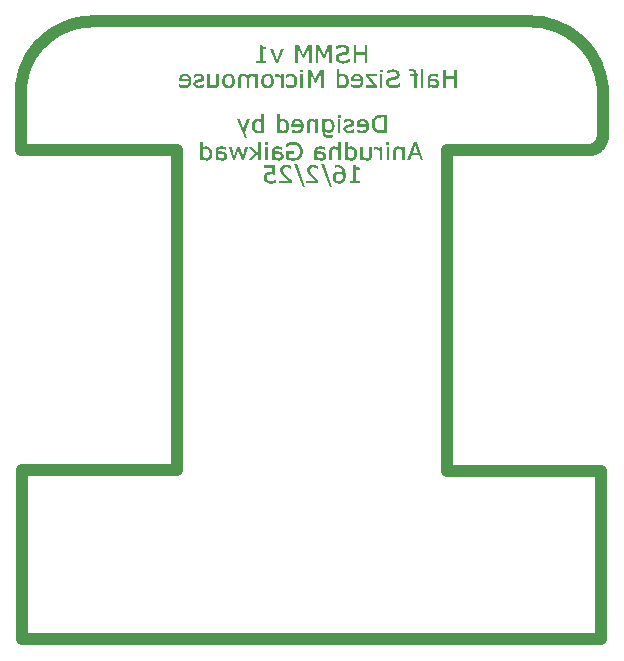
<source format=gbo>
%FSTAX23Y23*%
%MOIN*%
%SFA1B1*%

%IPPOS*%
%ADD51C,0.040000*%
%LNhsmm-1*%
%LPD*%
G36*
X00096Y00644D02*
X00086D01*
Y00653*
X00096*
Y00644*
G37*
G36*
X00057Y0064D02*
X00058Y00639D01*
X0006Y00639*
X00061Y00639*
X00062Y00639*
X00063Y00638*
X00063Y00638*
X00063Y00638*
X00065Y00637*
X00066Y00637*
X00067Y00636*
X00068Y00635*
X00069Y00635*
X00069Y00634*
X0007Y00634*
X0007Y00633*
X00071Y00632*
X00072Y00631*
X00072Y0063*
X00073Y00629*
X00074Y00628*
X00074Y00627*
X00074Y00626*
X00074Y00626*
Y00626*
X00075Y00624*
X00075Y00623*
X00075Y00621*
X00076Y0062*
X00076Y00618*
Y00618*
X00076Y00617*
Y00617*
Y00616*
Y00616*
Y00616*
X00076Y00614*
X00076Y00612*
X00075Y00611*
X00075Y00609*
X00075Y00608*
X00074Y00606*
X00074Y00605*
X00073Y00604*
X00073Y00603*
X00073Y00602*
X00072Y00601*
X00072Y00601*
X00072Y006*
X00071Y006*
X00071Y006*
X00071Y00599*
X0007Y00598*
X00069Y00598*
X00068Y00597*
X00067Y00596*
X00066Y00595*
X00065Y00595*
X00063Y00594*
X00061Y00594*
X0006Y00594*
X00059Y00594*
X00059Y00594*
X00058*
X00056Y00594*
X00055Y00594*
X00053Y00594*
X00052Y00594*
X00051Y00594*
X0005Y00595*
X0005Y00595*
X0005Y00595*
X00049Y00595*
X00048Y00596*
X00047Y00597*
X00046Y00597*
X00045Y00598*
X00045Y00598*
X00045Y00599*
X00045Y00599*
Y00596*
X00045Y00594*
X00045Y00593*
X00045Y00592*
X00045Y00592*
X00045Y00592*
X00045Y00591*
Y00591*
X00046Y0059*
X00046Y00589*
X00046Y00589*
X00047Y00588*
X00047Y00588*
X00047Y00588*
X00047Y00588*
X00047Y00587*
X00048Y00587*
X00049Y00586*
X0005Y00586*
X0005Y00586*
X0005Y00585*
X00051*
X00051Y00585*
X00052Y00585*
X00053Y00585*
X00054Y00585*
X00055*
X00056Y00584*
X00056*
X00058Y00585*
X00059Y00585*
X00061Y00585*
X00062Y00585*
X00063Y00585*
X00063Y00585*
X00064Y00585*
X00064*
X00065Y00586*
X00067Y00586*
X00068Y00587*
X00068Y00587*
X00069Y00587*
X0007Y00587*
X0007Y00587*
X00071*
Y00578*
X0007Y00578*
X00068Y00578*
X00067Y00577*
X00066Y00577*
X00065Y00577*
X00065Y00577*
X00064Y00577*
X00064*
X00062Y00577*
X0006Y00576*
X00059*
X00058Y00576*
X00057*
X00055Y00576*
X00053Y00577*
X00052Y00577*
X0005Y00577*
X00048Y00578*
X00047Y00578*
X00046Y00578*
X00045Y00579*
X00044Y0058*
X00043Y0058*
X00042Y0058*
X00042Y00581*
X00041Y00581*
X00041Y00582*
X00041Y00582*
X00041Y00582*
X0004Y00583*
X00039Y00584*
X00038Y00585*
X00038Y00587*
X00037Y00588*
X00037Y0059*
X00036Y00592*
X00036Y00594*
X00036Y00595*
X00036Y00596*
X00036Y00597*
X00035Y00598*
Y00598*
Y00599*
Y00599*
Y00638*
X00044*
X00044Y00637*
X00046Y00638*
X00047Y00638*
X00048Y00638*
X00048Y00639*
X00049Y00639*
X00049*
X0005Y00639*
X00051Y00639*
X00052Y0064*
X00053Y0064*
X00054Y0064*
X00056*
X00057Y0064*
G37*
G36*
X-00159Y00593D02*
X-00168D01*
X-00168Y00595*
X-00169Y00594*
X-0017Y00594*
X-00171Y00593*
X-00172Y00593*
X-00172Y00593*
X-00173Y00593*
X-00173*
X-00174Y00592*
X-00175Y00592*
X-00176Y00592*
X-00177Y00592*
X-00178*
X-00179Y00592*
X-0018*
X-00181Y00592*
X-00183Y00592*
X-00184Y00592*
X-00185Y00593*
X-00186Y00593*
X-00187Y00593*
X-00187Y00593*
X-00187Y00593*
X-00189Y00594*
X-0019Y00595*
X-00191Y00596*
X-00192Y00596*
X-00193Y00597*
X-00193Y00598*
X-00194Y00598*
X-00194Y00598*
X-00195Y00599*
X-00196Y00601*
X-00196Y00602*
X-00197Y00603*
X-00197Y00604*
X-00198Y00605*
X-00198Y00606*
X-00198Y00606*
Y00606*
X-00199Y00608*
X-00199Y00609*
X-00199Y00611*
X-002Y00613*
X-002Y00614*
Y00615*
X-002Y00615*
Y00615*
Y00616*
Y00616*
Y00616*
X-002Y00618*
X-002Y0062*
X-00199Y00622*
X-00199Y00623*
X-00199Y00625*
X-00198Y00626*
X-00198Y00628*
X-00197Y00629*
X-00197Y0063*
X-00196Y00631*
X-00196Y00632*
X-00196Y00632*
X-00195Y00633*
X-00195Y00633*
X-00195Y00633*
X-00195Y00633*
X-00194Y00635*
X-00193Y00635*
X-00192Y00636*
X-00191Y00637*
X-0019Y00638*
X-00189Y00638*
X-00187Y00639*
X-00185Y00639*
X-00184Y0064*
X-00183Y0064*
X-00183Y0064*
X-00182*
X-0018Y0064*
X-00179Y00639*
X-00177Y00639*
X-00176Y00639*
X-00175Y00638*
X-00174Y00638*
X-00174Y00638*
X-00174Y00638*
X-00172Y00637*
X-00171Y00637*
X-0017Y00636*
X-0017Y00635*
X-00169Y00635*
X-00169Y00634*
X-00168Y00634*
X-00168Y00634*
Y00656*
X-00159*
Y00593*
G37*
G36*
X-00223Y00596D02*
X-00215Y00577D01*
X-00224*
X-0025Y00638*
X-00241*
X-00228Y00606*
X-00215Y00638*
X-00206*
X-00223Y00596*
G37*
G36*
X0017Y0064D02*
X00172Y00639D01*
X00174Y00639*
X00175Y00639*
X00177Y00638*
X00178Y00638*
X00179Y00637*
X0018Y00636*
X00181Y00636*
X00182Y00635*
X00183Y00635*
X00183Y00634*
X00184Y00634*
X00184Y00633*
X00184Y00633*
X00185Y00633*
X00186Y00632*
X00186Y0063*
X00187Y00629*
X00188Y00627*
X00189Y00626*
X00189Y00625*
X0019Y00622*
X0019Y0062*
X0019Y00619*
X0019Y00618*
X0019Y00617*
X00191Y00616*
Y00616*
Y00616*
Y00615*
X0019Y00613*
X0019Y00611*
X0019Y0061*
X0019Y00608*
X00189Y00606*
X00189Y00605*
X00188Y00604*
X00187Y00603*
X00187Y00601*
X00186Y00601*
X00186Y006*
X00185Y00599*
X00185Y00599*
X00185Y00598*
X00184Y00598*
X00184Y00598*
X00183Y00597*
X00182Y00596*
X0018Y00595*
X00179Y00594*
X00177Y00594*
X00176Y00593*
X00173Y00593*
X00172Y00592*
X0017Y00592*
X00169Y00592*
X00168Y00592*
X00168Y00592*
X00167*
X00165Y00592*
X00163Y00592*
X00162Y00592*
X00161Y00592*
X0016Y00593*
X00159Y00593*
X00158Y00593*
X00158*
X00155Y00594*
X00154Y00594*
X00153Y00595*
X00151Y00595*
X00151Y00595*
X0015Y00596*
X0015Y00596*
X0015*
Y00605*
X00151*
X00152Y00605*
X00153Y00604*
X00154Y00603*
X00156Y00603*
X00157Y00602*
X00157Y00602*
X00158Y00602*
X00158Y00602*
X00158*
X0016Y00601*
X00161Y00601*
X00163Y006*
X00164Y006*
X00165Y006*
X00166Y006*
X00168*
X00169Y006*
X0017Y006*
X00171Y006*
X00172Y006*
X00172Y00601*
X00173Y00601*
X00173*
X00174Y00601*
X00175Y00602*
X00175Y00602*
X00176Y00603*
X00177Y00603*
X00177Y00603*
X00178Y00604*
X00178Y00604*
X00178Y00604*
X00179Y00605*
X0018Y00606*
X0018Y00607*
X0018Y00608*
X0018Y00608*
X0018Y00608*
X00181Y00609*
X00181Y0061*
X00181Y00611*
X00181Y00612*
X00181Y00613*
X00181Y00614*
Y00614*
Y00614*
X00149*
Y00619*
X00149Y00621*
X00149Y00622*
X00149Y00624*
X0015Y00626*
X0015Y00627*
X00151Y00628*
X00151Y00629*
X00152Y0063*
X00152Y00631*
X00153Y00632*
X00153Y00633*
X00153Y00633*
X00154Y00634*
X00154Y00634*
X00154Y00634*
X00154Y00634*
X00155Y00635*
X00156Y00636*
X00157Y00637*
X00158Y00637*
X0016Y00638*
X00161Y00638*
X00163Y00639*
X00164Y00639*
X00165Y00639*
X00166Y0064*
X00167Y0064*
X00168Y0064*
X00168*
X0017Y0064*
G37*
G36*
X-00047D02*
X-00045Y00639D01*
X-00044Y00639*
X-00042Y00639*
X-00041Y00638*
X-00039Y00638*
X-00038Y00637*
X-00037Y00636*
X-00036Y00636*
X-00035Y00635*
X-00034Y00635*
X-00034Y00634*
X-00033Y00634*
X-00033Y00633*
X-00033Y00633*
X-00033Y00633*
X-00032Y00632*
X-00031Y0063*
X-0003Y00629*
X-00029Y00627*
X-00029Y00626*
X-00028Y00625*
X-00027Y00622*
X-00027Y0062*
X-00027Y00619*
X-00027Y00618*
X-00027Y00617*
X-00027Y00616*
Y00616*
Y00616*
Y00615*
X-00027Y00613*
X-00027Y00611*
X-00027Y0061*
X-00028Y00608*
X-00028Y00606*
X-00029Y00605*
X-00029Y00604*
X-0003Y00603*
X-0003Y00601*
X-00031Y00601*
X-00031Y006*
X-00032Y00599*
X-00032Y00599*
X-00033Y00598*
X-00033Y00598*
X-00033Y00598*
X-00034Y00597*
X-00036Y00596*
X-00037Y00595*
X-00038Y00594*
X-0004Y00594*
X-00041Y00593*
X-00044Y00593*
X-00046Y00592*
X-00047Y00592*
X-00048Y00592*
X-00049Y00592*
X-00049Y00592*
X-00051*
X-00052Y00592*
X-00054Y00592*
X-00055Y00592*
X-00057Y00592*
X-00058Y00593*
X-00058Y00593*
X-00059Y00593*
X-00059*
X-00062Y00594*
X-00063Y00594*
X-00065Y00595*
X-00066Y00595*
X-00067Y00595*
X-00067Y00596*
X-00067Y00596*
X-00067*
Y00605*
X-00066*
X-00065Y00605*
X-00064Y00604*
X-00063Y00603*
X-00062Y00603*
X-00061Y00602*
X-0006Y00602*
X-00059Y00602*
X-00059Y00602*
X-00059*
X-00058Y00601*
X-00056Y00601*
X-00055Y006*
X-00053Y006*
X-00052Y006*
X-00051Y006*
X-00049*
X-00048Y006*
X-00047Y006*
X-00046Y006*
X-00046Y006*
X-00045Y00601*
X-00045Y00601*
X-00045*
X-00044Y00601*
X-00043Y00602*
X-00042Y00602*
X-00041Y00603*
X-0004Y00603*
X-0004Y00603*
X-0004Y00604*
X-00039Y00604*
X-00039Y00604*
X-00038Y00605*
X-00038Y00606*
X-00037Y00607*
X-00037Y00608*
X-00037Y00608*
X-00037Y00608*
X-00037Y00609*
X-00036Y0061*
X-00036Y00611*
X-00036Y00612*
X-00036Y00613*
X-00036Y00614*
Y00614*
Y00614*
X-00068*
Y00619*
X-00068Y00621*
X-00068Y00622*
X-00068Y00624*
X-00067Y00626*
X-00067Y00627*
X-00067Y00628*
X-00066Y00629*
X-00066Y0063*
X-00065Y00631*
X-00065Y00632*
X-00064Y00633*
X-00064Y00633*
X-00064Y00634*
X-00063Y00634*
X-00063Y00634*
X-00063Y00634*
X-00062Y00635*
X-00061Y00636*
X-0006Y00637*
X-00059Y00637*
X-00058Y00638*
X-00056Y00638*
X-00054Y00639*
X-00053Y00639*
X-00052Y00639*
X-00051Y0064*
X-0005Y0064*
X-0005Y0064*
X-00049*
X-00047Y0064*
G37*
G36*
X0025Y00593D02*
X00235D01*
X00232Y00593*
X00229Y00593*
X00227Y00593*
X00226Y00593*
X00225Y00593*
X00224Y00594*
X00224Y00594*
X00223Y00594*
X00222Y00594*
X00222Y00594*
X00222Y00594*
X00222*
X0022Y00594*
X00218Y00595*
X00216Y00596*
X00215Y00596*
X00214Y00597*
X00213Y00597*
X00212Y00598*
X00212Y00598*
X0021Y00599*
X00208Y00601*
X00207Y00603*
X00205Y00604*
X00204Y00606*
X00204Y00606*
X00203Y00607*
X00203Y00607*
X00203Y00608*
X00203Y00608*
Y00608*
X00201Y00611*
X00201Y00613*
X002Y00616*
X002Y00618*
X00199Y00619*
X00199Y0062*
X00199Y00621*
Y00622*
X00199Y00622*
Y00623*
Y00623*
Y00623*
X00199Y00626*
X002Y00629*
X002Y00632*
X002Y00633*
X00201Y00634*
X00201Y00635*
X00201Y00636*
X00202Y00636*
X00202Y00637*
X00202Y00637*
X00202Y00638*
X00203Y00638*
Y00638*
X00204Y0064*
X00206Y00642*
X00207Y00644*
X00209Y00646*
X0021Y00647*
X00211Y00647*
X00211Y00648*
X00212Y00648*
X00212Y00648*
X00212Y00648*
X00212*
X00214Y00649*
X00215Y0065*
X00217Y0065*
X00218Y00651*
X00219Y00651*
X0022Y00652*
X00221Y00652*
X00221*
X00221Y00652*
X00221*
X00223Y00652*
X00225Y00653*
X00228Y00653*
X0023Y00653*
X00231Y00653*
X00232*
X00233Y00653*
X0025*
Y00593*
G37*
G36*
X00095D02*
X00086D01*
Y00638*
X00095*
Y00593*
G37*
G36*
X0Y0064D02*
X00001Y00639D01*
X00003Y00639*
X00004Y00639*
X00005Y00638*
X00006Y00638*
X00006Y00638*
X00006Y00638*
X00008Y00637*
X00009Y00637*
X0001Y00636*
X00011Y00635*
X00011Y00635*
X00012Y00634*
X00012Y00634*
X00012Y00634*
Y00638*
X00021*
Y00593*
X00012*
Y00626*
X0001Y00628*
X00009Y00628*
X00008Y00629*
X00008Y00629*
X00007Y00629*
X00007Y0063*
X00007Y0063*
X00005Y0063*
X00004Y0063*
X00003Y00631*
X00002Y00631*
X00002Y00631*
X00001Y00631*
X0*
X0Y00631*
X-00001Y00631*
X-00002Y00631*
X-00002Y00631*
X-00003Y0063*
X-00003Y0063*
X-00003*
X-00004Y0063*
X-00004Y0063*
X-00005Y00629*
X-00005Y00628*
X-00006Y00628*
X-00006Y00628*
X-00006Y00628*
X-00006Y00627*
X-00006Y00627*
X-00006Y00626*
X-00006Y00625*
X-00007Y00625*
X-00007Y00624*
Y00624*
X-00007Y00622*
X-00007Y00621*
X-00007Y00621*
Y0062*
Y00619*
Y00619*
Y00619*
Y00593*
X-00016*
Y00622*
Y00624*
X-00016Y00625*
X-00016Y00626*
X-00015Y00628*
X-00015Y00629*
X-00015Y0063*
X-00015Y00631*
X-00014Y00632*
X-00014Y00633*
X-00013Y00633*
X-00013Y00634*
X-00013Y00634*
X-00012Y00635*
X-00012Y00635*
X-00012Y00635*
X-00012Y00635*
X-00011Y00636*
X-0001Y00637*
X-0001Y00637*
X-00009Y00638*
X-00007Y00639*
X-00005Y00639*
X-00003Y00639*
X-00002Y0064*
X-00002*
X-00001Y0064*
X-00001*
X0Y0064*
G37*
G36*
X00124Y00639D02*
X00126Y00639D01*
X00127Y00639*
X00128Y00639*
X00129Y00639*
X0013Y00638*
X0013Y00638*
X00131Y00638*
X00132Y00638*
X00133Y00637*
X00134Y00637*
X00135Y00636*
X00135Y00636*
X00136Y00636*
X00136Y00635*
X00136Y00635*
X00137Y00635*
X00138Y00634*
X00138Y00633*
X00139Y00632*
X00139Y00632*
X0014Y00631*
X0014Y00631*
X0014Y00631*
X0014Y0063*
X00141Y00629*
X00141Y00628*
X00141Y00627*
X00141Y00626*
X00141Y00626*
Y00625*
Y00625*
X00141Y00624*
X00141Y00622*
X0014Y00621*
X0014Y0062*
X00139Y00619*
X00139Y00618*
X00139Y00618*
X00139Y00617*
X00137Y00616*
X00136Y00615*
X00135Y00615*
X00133Y00614*
X00132Y00613*
X00131Y00613*
X00131Y00613*
X0013Y00613*
X0013Y00613*
X0013*
X00128Y00612*
X00128Y00612*
X00127Y00612*
X00126Y00612*
X00126Y00612*
X00126Y00612*
X00125*
X00125Y00611*
X00124Y00611*
X00123Y00611*
X00122Y00611*
X00122Y00611*
X00121Y00611*
X00121Y00611*
X00121*
X0012Y0061*
X00119Y0061*
X00118Y0061*
X00117Y00609*
X00117Y00609*
X00116Y00609*
X00116Y00609*
X00116Y00609*
X00115Y00608*
X00115Y00608*
X00115Y00607*
X00115Y00606*
X00115Y00606*
Y00606*
Y00605*
X00115Y00604*
X00115Y00604*
X00115Y00603*
X00116Y00602*
X00116Y00602*
X00117Y00601*
X00117Y00601*
X00117Y00601*
X00118Y00601*
X00119Y006*
X0012Y006*
X00122Y006*
X00123Y006*
X00123Y006*
X00124*
X00126Y006*
X00127Y006*
X00128Y006*
X0013Y006*
X00131Y00601*
X00131Y00601*
X00132Y00601*
X00132Y00601*
X00132*
X00134Y00602*
X00135Y00603*
X00136Y00603*
X00137Y00604*
X00138Y00605*
X00139Y00605*
X0014Y00605*
X0014Y00605*
X00141*
Y00596*
X00139Y00595*
X00137Y00594*
X00136Y00594*
X00135Y00593*
X00135Y00593*
X00134Y00593*
X00134Y00593*
X00132Y00593*
X00131Y00592*
X00129Y00592*
X00128Y00592*
X00126Y00592*
X00126Y00592*
X00125*
X00123Y00592*
X00122Y00592*
X0012Y00592*
X00119Y00593*
X00117Y00593*
X00116Y00593*
X00115Y00594*
X00114Y00594*
X00113Y00594*
X00113Y00595*
X00112Y00595*
X00111Y00595*
X00111Y00595*
X00111Y00596*
X00111Y00596*
X00111*
X0011Y00597*
X00109Y00598*
X00108Y00598*
X00107Y00599*
X00107Y006*
X00107Y00601*
X00106Y00603*
X00106Y00604*
X00105Y00605*
X00105Y00605*
X00105Y00606*
Y00606*
Y00606*
Y00606*
X00105Y00608*
X00106Y0061*
X00106Y00611*
X00107Y00612*
X00107Y00613*
X00108Y00613*
X00108Y00614*
X00108Y00614*
X00109Y00615*
X00111Y00616*
X00112Y00617*
X00114Y00618*
X00115Y00618*
X00116Y00619*
X00116Y00619*
X00116Y00619*
X00117Y00619*
X00117*
X00118Y00619*
X00119Y00619*
X0012Y0062*
X0012Y0062*
X00121Y0062*
X00121*
X00122Y0062*
X00123Y0062*
X00124Y0062*
X00125Y0062*
X00125Y00621*
X00125Y00621*
X00125*
X00127Y00621*
X00128Y00621*
X00128Y00622*
X00129Y00622*
X0013Y00622*
X0013Y00622*
X0013Y00622*
X0013*
X00131Y00623*
X00131Y00624*
X00131Y00624*
X00132Y00625*
X00132Y00625*
X00132Y00626*
Y00626*
Y00626*
X00132Y00627*
X00131Y00628*
X00131Y00629*
X00131Y00629*
X0013Y0063*
X0013Y0063*
X00129Y0063*
X00129Y0063*
X00128Y00631*
X00127Y00631*
X00126Y00631*
X00125Y00632*
X00124Y00632*
X00124Y00632*
X00123*
X00122Y00632*
X0012Y00632*
X00119Y00631*
X00118Y00631*
X00117Y00631*
X00116Y00631*
X00116Y0063*
X00115Y0063*
X00114Y0063*
X00113Y00629*
X00112Y00629*
X00111Y00628*
X0011Y00627*
X00109Y00627*
X00109Y00627*
X00109Y00627*
X00107*
Y00636*
X0011Y00637*
X00111Y00637*
X00112Y00638*
X00113Y00638*
X00114Y00638*
X00114Y00638*
X00114*
X00116Y00639*
X00117Y00639*
X00119Y00639*
X0012Y00639*
X00121*
X00122Y0064*
X00123*
X00124Y00639*
G37*
G36*
X-00107Y00637D02*
X-00106Y00637D01*
X-00106Y00638*
X-00104Y00638*
X-00103Y00639*
X-00103Y00639*
X-00103Y00639*
X-00102*
X-001Y00639*
X-00099Y0064*
X-00098Y0064*
X-00097Y0064*
X-00096*
X-00095Y0064*
X-00093Y00639*
X-00092Y00639*
X-00091Y00639*
X-0009Y00639*
X-00089Y00638*
X-00089Y00638*
X-00088Y00638*
X-00087Y00637*
X-00086Y00637*
X-00085Y00636*
X-00084Y00635*
X-00083Y00634*
X-00082Y00634*
X-00082Y00633*
X-00082Y00633*
X-00081Y00632*
X-0008Y00631*
X-00079Y00629*
X-00079Y00628*
X-00078Y00627*
X-00078Y00626*
X-00077Y00626*
X-00077Y00626*
Y00626*
X-00077Y00624*
X-00076Y00622*
X-00076Y0062*
X-00076Y00619*
X-00076Y00617*
Y00617*
X-00076Y00616*
Y00616*
Y00616*
Y00615*
Y00615*
X-00076Y00613*
X-00076Y00611*
X-00076Y0061*
X-00077Y00608*
X-00077Y00606*
X-00077Y00605*
X-00078Y00604*
X-00078Y00603*
X-00079Y00601*
X-00079Y00601*
X-00079Y006*
X-0008Y00599*
X-0008Y00599*
X-0008Y00598*
X-0008Y00598*
X-00081Y00598*
X-00082Y00597*
X-00083Y00596*
X-00084Y00595*
X-00085Y00594*
X-00086Y00594*
X-00087Y00593*
X-00089Y00593*
X-00091Y00592*
X-00092Y00592*
X-00092Y00592*
X-00093Y00592*
X-00094*
X-00095Y00592*
X-00097Y00592*
X-00098Y00592*
X-00099Y00593*
X-001Y00593*
X-00101Y00593*
X-00101Y00593*
X-00102Y00593*
X-00103Y00594*
X-00104Y00595*
X-00105Y00595*
X-00106Y00596*
X-00106Y00597*
X-00107Y00597*
X-00107Y00597*
X-00107Y00598*
Y00593*
X-00116*
Y00656*
X-00107*
Y00637*
G37*
G36*
X00258Y00553D02*
X00248D01*
Y00562*
X00258*
Y00553*
G37*
G36*
X-00146D02*
X-00156D01*
Y00562*
X-00146*
Y00553*
G37*
G36*
X00096Y00501D02*
X00087D01*
Y00535*
X00085Y00536*
X00084Y00537*
X00083Y00537*
X00083Y00537*
X00082Y00538*
X00082Y00538*
X00081Y00538*
X0008Y00538*
X00079Y00539*
X00078Y00539*
X00077Y00539*
X00076Y00539*
X00076Y00539*
X00074*
X00074Y00539*
X00073Y00539*
X00072Y00539*
X00072Y00539*
X00071Y00539*
X00071Y00539*
X00071*
X0007Y00538*
X0007Y00538*
X00069Y00537*
X00069Y00537*
X00068Y00536*
X00068Y00536*
X00068Y00536*
X00068Y00536*
X00068Y00535*
X00067Y00534*
X00067Y00533*
X00067Y00533*
X00067Y00533*
Y00533*
X00067Y00531*
X00067Y0053*
X00067Y00529*
Y00528*
Y00528*
Y00527*
Y00527*
Y00501*
X00058*
Y00531*
Y00532*
X00058Y00534*
X00058Y00535*
X00058Y00536*
X00059Y00537*
X00059Y00538*
X00059Y00539*
X0006Y0054*
X0006Y00541*
X0006Y00542*
X00061Y00542*
X00061Y00543*
X00061Y00543*
X00062Y00543*
X00062Y00543*
X00062Y00543*
X00062Y00544*
X00063Y00545*
X00064Y00546*
X00065Y00546*
X00067Y00547*
X00069Y00548*
X00071Y00548*
X00071Y00548*
X00072*
X00073Y00548*
X00073*
X00075Y00548*
X00076Y00548*
X00078Y00548*
X00079Y00547*
X0008Y00547*
X00081Y00547*
X00081Y00546*
X00081Y00546*
X00083Y00546*
X00084Y00545*
X00085Y00544*
X00086Y00544*
X00086Y00543*
X00087Y00542*
X00087Y00542*
X00087Y00542*
Y00564*
X00096*
Y00501*
G37*
G36*
X00235D02*
X00226D01*
Y00533*
X00224Y00534*
X00223Y00535*
X00222Y00536*
X00221Y00536*
X00221Y00536*
X0022Y00536*
X0022Y00537*
X00219Y00537*
X00218Y00537*
X00217Y00538*
X00216Y00538*
X00215Y00538*
X00215Y00538*
X00213*
X00212Y00538*
X00211*
X00211Y00538*
X0021*
X00209Y00538*
X00208Y00537*
X00208Y00537*
X00208*
X00207Y00537*
X00206*
Y00546*
X00207Y00546*
X00207Y00547*
X00208*
X00208Y00547*
X00209Y00547*
X00209*
X0021Y00547*
X0021*
X00211Y00547*
X00212*
X00213Y00547*
X00215Y00547*
X00216Y00546*
X00217Y00546*
X00218Y00546*
X00219Y00546*
X00219Y00545*
X00219Y00545*
X00221Y00545*
X00222Y00544*
X00223Y00543*
X00224Y00542*
X00225Y00542*
X00225Y00541*
X00226Y00541*
X00226Y0054*
Y00547*
X00235*
Y00501*
G37*
G36*
X00031Y00548D02*
X00033Y00548D01*
X00034Y00548*
X00035Y00547*
X00036Y00547*
X00036Y00547*
X00036*
X00038Y00547*
X00039Y00547*
X0004Y00546*
X00041Y00546*
X00042Y00546*
X00043Y00546*
X00043Y00546*
X00043*
Y00537*
X00042*
X0004Y00537*
X00039Y00538*
X00038Y00538*
X00037Y00538*
X00036Y00539*
X00035Y00539*
X00035Y00539*
X00035*
X00033Y00539*
X00032Y00539*
X00031Y0054*
X0003Y0054*
X00029Y0054*
X00028*
X00027Y0054*
X00026*
X00025Y0054*
X00025Y0054*
X00024*
X00024Y00539*
X00024*
X00022Y00539*
X00022Y00539*
X00021Y00539*
X00021Y00539*
X00021Y00538*
X0002Y00538*
X0002*
X00019Y00538*
X00019Y00537*
X00018Y00536*
X00018Y00536*
Y00536*
X00018Y00535*
X00017Y00534*
X00017Y00533*
Y00533*
Y00532*
Y00532*
Y00532*
X00019Y00532*
X00022Y00532*
X00023Y00531*
X00025Y00531*
X00027Y00531*
X00027*
X00028Y00531*
X00028*
X00028Y00531*
X00029*
X00031Y00531*
X00033Y0053*
X00034Y0053*
X00036Y00529*
X00037Y00529*
X00038Y00529*
X00038Y00529*
X00038Y00528*
X00039*
X0004Y00528*
X00041Y00527*
X00042Y00526*
X00043Y00525*
X00044Y00524*
X00045Y00524*
X00045Y00523*
X00045Y00523*
X00046Y00522*
X00046Y00521*
X00047Y00519*
X00047Y00518*
X00047Y00517*
X00047Y00516*
Y00515*
Y00515*
Y00515*
Y00515*
X00047Y00514*
X00047Y00512*
X00047Y0051*
X00046Y00509*
X00045Y00507*
X00044Y00506*
X00044Y00505*
X00043Y00504*
X00043Y00504*
Y00504*
X00042Y00503*
X00041Y00503*
X00039Y00502*
X00038Y00501*
X00036Y00501*
X00034Y005*
X00034Y005*
X00033*
X00033Y005*
X00031*
X0003Y005*
X00029Y005*
X00028Y005*
X00027Y00501*
X00027Y00501*
X00027Y00501*
X00026*
X00025Y00501*
X00024Y00501*
X00023Y00502*
X00023Y00502*
X00022Y00502*
X00022Y00502*
X00022*
X00021Y00503*
X0002Y00504*
X00019Y00504*
X00019Y00504*
X00019Y00504*
X00019Y00504*
X00018Y00505*
X00018Y00505*
X00018Y00505*
X00017Y00505*
X00017Y00506*
Y00501*
X00008*
Y00532*
X00008Y00533*
X00008Y00535*
X00009Y00536*
X00009Y00537*
X00009Y00538*
X00009Y00539*
X00009Y00539*
X0001Y00539*
X0001Y0054*
X00011Y00541*
X00011Y00542*
X00012Y00543*
X00013Y00544*
X00013Y00544*
X00014Y00544*
X00014Y00544*
X00015Y00545*
X00016Y00546*
X00017Y00546*
X00018Y00546*
X00019Y00547*
X00019Y00547*
X0002Y00547*
X0002*
X00021Y00547*
X00023Y00548*
X00024Y00548*
X00025Y00548*
X00027Y00548*
X00028*
X00031Y00548*
G37*
G36*
X-0011D02*
X-00109Y00548D01*
X-00108Y00548*
X-00107Y00547*
X-00106Y00547*
X-00105Y00547*
X-00105*
X-00103Y00547*
X-00102Y00547*
X-00101Y00546*
X-001Y00546*
X-00099Y00546*
X-00099Y00546*
X-00098Y00546*
X-00098*
Y00537*
X-00099*
X-00101Y00537*
X-00102Y00538*
X-00103Y00538*
X-00105Y00538*
X-00106Y00539*
X-00106Y00539*
X-00107Y00539*
X-00107*
X-00108Y00539*
X-00109Y00539*
X-0011Y0054*
X-00111Y0054*
X-00112Y0054*
X-00113*
X-00115Y0054*
X-00115*
X-00116Y0054*
X-00117Y0054*
X-00117*
X-00117Y00539*
X-00117*
X-00119Y00539*
X-00119Y00539*
X-0012Y00539*
X-0012Y00539*
X-00121Y00538*
X-00121Y00538*
X-00121*
X-00122Y00538*
X-00123Y00537*
X-00123Y00536*
X-00123Y00536*
Y00536*
X-00124Y00535*
X-00124Y00534*
X-00124Y00533*
Y00533*
Y00532*
Y00532*
Y00532*
X-00122Y00532*
X-0012Y00532*
X-00118Y00531*
X-00116Y00531*
X-00115Y00531*
X-00114*
X-00114Y00531*
X-00113*
X-00113Y00531*
X-00113*
X-00111Y00531*
X-00109Y0053*
X-00107Y0053*
X-00106Y00529*
X-00104Y00529*
X-00104Y00529*
X-00103Y00529*
X-00103Y00528*
X-00103*
X-00101Y00528*
X-001Y00527*
X-00099Y00526*
X-00098Y00525*
X-00097Y00524*
X-00097Y00524*
X-00096Y00523*
X-00096Y00523*
X-00096Y00522*
X-00095Y00521*
X-00095Y00519*
X-00094Y00518*
X-00094Y00517*
X-00094Y00516*
Y00515*
Y00515*
Y00515*
Y00515*
X-00094Y00514*
X-00094Y00512*
X-00095Y0051*
X-00096Y00509*
X-00096Y00507*
X-00097Y00506*
X-00098Y00505*
X-00098Y00504*
X-00098Y00504*
Y00504*
X-00099Y00503*
X-001Y00503*
X-00102Y00502*
X-00104Y00501*
X-00105Y00501*
X-00107Y005*
X-00108Y005*
X-00108*
X-00108Y005*
X-0011*
X-00111Y005*
X-00112Y005*
X-00113Y005*
X-00114Y00501*
X-00114Y00501*
X-00115Y00501*
X-00115*
X-00117Y00501*
X-00117Y00501*
X-00118Y00502*
X-00119Y00502*
X-00119Y00502*
X-00119Y00502*
X-00119*
X-0012Y00503*
X-00122Y00504*
X-00122Y00504*
X-00122Y00504*
X-00123Y00504*
X-00123Y00504*
X-00123Y00505*
X-00124Y00505*
X-00124Y00505*
X-00124Y00505*
X-00124Y00506*
Y00501*
X-00133*
Y00532*
X-00133Y00533*
X-00133Y00535*
X-00133Y00536*
X-00133Y00537*
X-00132Y00538*
X-00132Y00539*
X-00132Y00539*
X-00132Y00539*
X-00131Y0054*
X-00131Y00541*
X-0013Y00542*
X-00129Y00543*
X-00129Y00544*
X-00128Y00544*
X-00128Y00544*
X-00128Y00544*
X-00127Y00545*
X-00126Y00546*
X-00125Y00546*
X-00124Y00546*
X-00123Y00547*
X-00122Y00547*
X-00122Y00547*
X-00121*
X-0012Y00547*
X-00119Y00548*
X-00117Y00548*
X-00116Y00548*
X-00115Y00548*
X-00113*
X-0011Y00548*
G37*
G36*
X-00299D02*
X-00297Y00548D01*
X-00296Y00548*
X-00295Y00547*
X-00294Y00547*
X-00293Y00547*
X-00293*
X-00292Y00547*
X-00291Y00547*
X-00289Y00546*
X-00288Y00546*
X-00287Y00546*
X-00287Y00546*
X-00286Y00546*
X-00286*
Y00537*
X-00288*
X-00289Y00537*
X-00291Y00538*
X-00292Y00538*
X-00293Y00538*
X-00294Y00539*
X-00294Y00539*
X-00295Y00539*
X-00295*
X-00296Y00539*
X-00298Y00539*
X-00299Y0054*
X-003Y0054*
X-003Y0054*
X-00301*
X-00303Y0054*
X-00304*
X-00304Y0054*
X-00305Y0054*
X-00305*
X-00306Y00539*
X-00306*
X-00307Y00539*
X-00308Y00539*
X-00308Y00539*
X-00309Y00539*
X-00309Y00538*
X-00309Y00538*
X-00309*
X-0031Y00538*
X-00311Y00537*
X-00311Y00536*
X-00312Y00536*
Y00536*
X-00312Y00535*
X-00312Y00534*
X-00312Y00533*
Y00533*
Y00532*
Y00532*
Y00532*
X-0031Y00532*
X-00308Y00532*
X-00306Y00531*
X-00304Y00531*
X-00303Y00531*
X-00302*
X-00302Y00531*
X-00302*
X-00301Y00531*
X-00301*
X-00299Y00531*
X-00297Y0053*
X-00295Y0053*
X-00294Y00529*
X-00293Y00529*
X-00292Y00529*
X-00291Y00529*
X-00291Y00528*
X-00291*
X-0029Y00528*
X-00288Y00527*
X-00287Y00526*
X-00286Y00525*
X-00286Y00524*
X-00285Y00524*
X-00285Y00523*
X-00285Y00523*
X-00284Y00522*
X-00283Y00521*
X-00283Y00519*
X-00283Y00518*
X-00283Y00517*
X-00282Y00516*
Y00515*
Y00515*
Y00515*
Y00515*
X-00283Y00514*
X-00283Y00512*
X-00283Y0051*
X-00284Y00509*
X-00285Y00507*
X-00285Y00506*
X-00286Y00505*
X-00287Y00504*
X-00287Y00504*
Y00504*
X-00288Y00503*
X-00288Y00503*
X-0029Y00502*
X-00292Y00501*
X-00294Y00501*
X-00295Y005*
X-00296Y005*
X-00296*
X-00297Y005*
X-00299*
X-003Y005*
X-00301Y005*
X-00302Y005*
X-00302Y00501*
X-00303Y00501*
X-00303Y00501*
X-00303*
X-00305Y00501*
X-00306Y00501*
X-00306Y00502*
X-00307Y00502*
X-00307Y00502*
X-00308Y00502*
X-00308*
X-00309Y00503*
X-0031Y00504*
X-0031Y00504*
X-00311Y00504*
X-00311Y00504*
X-00311Y00504*
X-00312Y00505*
X-00312Y00505*
X-00312Y00505*
X-00312Y00505*
X-00312Y00506*
Y00501*
X-00321*
Y00532*
X-00321Y00533*
X-00321Y00535*
X-00321Y00536*
X-00321Y00537*
X-00321Y00538*
X-0032Y00539*
X-0032Y00539*
X-0032Y00539*
X-0032Y0054*
X-00319Y00541*
X-00318Y00542*
X-00318Y00543*
X-00317Y00544*
X-00316Y00544*
X-00316Y00544*
X-00316Y00544*
X-00315Y00545*
X-00314Y00546*
X-00313Y00546*
X-00312Y00546*
X-00311Y00547*
X-0031Y00547*
X-0031Y00547*
X-0031*
X-00308Y00547*
X-00307Y00548*
X-00306Y00548*
X-00304Y00548*
X-00303Y00548*
X-00302*
X-00299Y00548*
G37*
G36*
X-0017Y00501D02*
X-00179D01*
Y00516*
X-00183Y00521*
X-002Y00501*
X-00211*
X-00189Y00526*
X-00209Y00547*
X-00199*
X-00179Y00525*
Y00564*
X-0017*
Y00501*
G37*
G36*
X-00226D02*
X-00234D01*
X-00245Y00535*
X-00255Y00501*
X-00263*
X-00275Y00547*
X-00266*
X-00259Y00513*
X-00249Y00547*
X-00241*
X-00231Y00513*
X-00223Y00547*
X-00214*
X-00226Y00501*
G37*
G36*
X002Y00518D02*
X002Y00516D01*
X002Y00515*
X002Y00513*
X00199Y00512*
X00199Y00511*
X00199Y0051*
X00198Y00509*
X00198Y00508*
X00198Y00507*
X00197Y00506*
X00197Y00506*
X00197Y00505*
X00196Y00505*
X00196Y00505*
X00196Y00505*
Y00505*
X00195Y00504*
X00194Y00503*
X00193Y00502*
X00191Y00501*
X00189Y00501*
X00187Y005*
X00187Y005*
X00186*
X00185Y005*
X00185*
X00183Y005*
X00182Y005*
X0018Y00501*
X00179Y00501*
X00178Y00501*
X00177Y00501*
X00177Y00502*
X00177Y00502*
X00176Y00502*
X00174Y00503*
X00173Y00504*
X00172Y00505*
X00172Y00505*
X00171Y00506*
X00171Y00506*
X00171Y00506*
Y00501*
X00162*
Y00547*
X00171*
Y00514*
X00173Y00512*
X00174Y00512*
X00175Y00511*
X00175Y00511*
X00176Y0051*
X00176Y0051*
X00177Y0051*
X00178Y0051*
X00179Y00509*
X0018Y00509*
X00181Y00509*
X00182Y00509*
X00182Y00509*
X00184*
X00185Y00509*
X00185Y00509*
X00186Y00509*
X00187Y00509*
X00187Y00509*
X00187Y00509*
X00187*
X00188Y0051*
X00189Y00511*
X00189Y00511*
X0019Y00511*
Y00512*
X0019Y00513*
X00191Y00514*
X00191Y00515*
X00191Y00515*
X00191Y00515*
Y00515*
X00191Y00516*
X00191Y00517*
Y00518*
X00191Y00519*
Y0052*
Y0052*
Y00521*
Y00521*
Y00547*
X002*
Y00518*
G37*
G36*
X-0006Y00562D02*
X-00057Y00562D01*
X-00055Y00562*
X-00052Y00561*
X-0005Y00561*
X-00048Y0056*
X-00047Y00559*
X-00045Y00558*
X-00044Y00558*
X-00043Y00557*
X-00041Y00556*
X-00041Y00555*
X-0004Y00555*
X-00039Y00554*
X-00039Y00554*
X-00039Y00554*
X-00038Y00552*
X-00036Y00551*
X-00035Y00549*
X-00034Y00547*
X-00033Y00545*
X-00033Y00543*
X-00032Y00541*
X-00032Y0054*
X-00031Y00538*
X-00031Y00536*
X-00031Y00535*
X-00031Y00534*
Y00533*
X-00031Y00532*
Y00532*
Y00531*
X-00031Y00529*
X-00031Y00526*
X-00031Y00524*
X-00032Y00522*
X-00032Y00521*
X-00032Y0052*
X-00032Y00519*
X-00033Y00519*
X-00033Y00518*
X-00033Y00518*
X-00033Y00518*
Y00518*
X-00034Y00516*
X-00035Y00514*
X-00036Y00512*
X-00037Y00511*
X-00038Y00509*
X-00039Y00509*
X-00039Y00508*
X-00039Y00508*
Y00508*
X-00041Y00506*
X-00043Y00505*
X-00044Y00504*
X-00046Y00503*
X-00047Y00503*
X-00048Y00502*
X-00048Y00502*
X-00049Y00502*
X-00049Y00502*
X-00049Y00502*
X-00049*
X-00052Y00501*
X-00054Y00501*
X-00056Y00501*
X-00058Y005*
X-0006Y005*
X-0006*
X-00061Y005*
X-00062*
X-00064Y005*
X-00066Y005*
X-00068Y00501*
X-0007Y00501*
X-00071Y00501*
X-00072Y00501*
X-00072Y00501*
X-00073Y00501*
X-00073Y00502*
X-00073Y00502*
X-00073*
X-00076Y00502*
X-00078Y00503*
X-0008Y00504*
X-00081Y00504*
X-00083Y00505*
X-00083Y00505*
X-00084Y00505*
X-00084Y00506*
X-00084Y00506*
X-00085Y00506*
X-00085*
Y00532*
X-0006*
Y00524*
X-00075*
Y00511*
X-00074Y0051*
X-00073Y0051*
X-00072Y0051*
X-00071Y0051*
X-00071Y00509*
X-0007Y00509*
X-00069Y00509*
X-00069*
X-00067Y00509*
X-00065Y00509*
X-00064Y00509*
X-00063Y00508*
X-00062*
X-0006Y00509*
X-00058Y00509*
X-00057Y00509*
X-00055Y00509*
X-00054Y0051*
X-00053Y0051*
X-00051Y00511*
X-0005Y00511*
X-00049Y00512*
X-00049Y00512*
X-00048Y00513*
X-00047Y00514*
X-00047Y00514*
X-00046Y00514*
X-00046Y00514*
X-00046Y00514*
X-00045Y00516*
X-00044Y00517*
X-00044Y00518*
X-00043Y0052*
X-00042Y00521*
X-00042Y00523*
X-00041Y00525*
X-00041Y00527*
X-00041Y00528*
X-00041Y00529*
X-00041Y0053*
X-0004Y00531*
Y00531*
Y00532*
Y00532*
X-00041Y00534*
X-00041Y00535*
X-00041Y00537*
X-00041Y00539*
X-00042Y0054*
X-00042Y00541*
X-00043Y00543*
X-00043Y00544*
X-00044Y00545*
X-00044Y00546*
X-00045Y00546*
X-00045Y00547*
X-00045Y00547*
X-00046Y00548*
X-00046Y00548*
X-00046Y00548*
X-00047Y00549*
X-00048Y0055*
X-00049Y00551*
X-00051Y00552*
X-00052Y00552*
X-00053Y00553*
X-00055Y00553*
X-00057Y00554*
X-00058Y00554*
X-00059Y00554*
X-00059Y00554*
X-0006Y00554*
X-00062*
X-00064Y00554*
X-00065Y00554*
X-00066Y00554*
X-00067Y00554*
X-00068Y00553*
X-00068Y00553*
X-00069*
X-0007Y00553*
X-00071Y00553*
X-00072Y00552*
X-00073Y00552*
X-00074Y00552*
X-00074Y00552*
X-00074Y00552*
X-00075Y00551*
X-00076Y00551*
X-00077Y0055*
X-00078Y0055*
X-00078Y00549*
X-00079Y00549*
X-00079Y00549*
X-00079Y00549*
X-0008Y00548*
X-00081Y00548*
X-00081Y00547*
X-00082Y00547*
X-00082Y00547*
X-00082Y00547*
X-00083Y00547*
X-00083Y00546*
X-00085*
Y00557*
X-00082Y00558*
X-0008Y00559*
X-00078Y0056*
X-00076Y0056*
X-00075Y00561*
X-00074Y00561*
X-00074Y00561*
X-00073Y00561*
X-00073*
X-00073Y00561*
X-00073*
X-00071Y00562*
X-00069Y00562*
X-00067Y00562*
X-00065Y00562*
X-00064Y00562*
X-00063Y00563*
X-00062*
X-0006Y00562*
G37*
G36*
X00372Y00501D02*
X00363D01*
X00357Y00518*
X00333*
X00327Y00501*
X00318*
X00339Y00562*
X00351*
X00372Y00501*
G37*
G36*
X00288Y00548D02*
X0029Y00548D01*
X00291Y00548*
X00292Y00547*
X00293Y00547*
X00294Y00547*
X00295Y00546*
X00295Y00546*
X00296Y00546*
X00297Y00545*
X00298Y00544*
X00299Y00544*
X003Y00543*
X003Y00542*
X00301Y00542*
X00301Y00542*
Y00547*
X0031*
Y00501*
X00301*
Y00535*
X00299Y00536*
X00298Y00537*
X00297Y00537*
X00296Y00537*
X00296Y00538*
X00295Y00538*
X00295Y00538*
X00294Y00538*
X00293Y00539*
X00292Y00539*
X00291Y00539*
X0029Y00539*
X00289Y00539*
X00288*
X00287Y00539*
X00286Y00539*
X00286Y00539*
X00285Y00539*
X00285Y00539*
X00284Y00539*
X00284*
X00284Y00538*
X00283Y00538*
X00282Y00537*
X00282Y00537*
X00282Y00536*
X00282Y00536*
X00282Y00536*
X00281Y00536*
X00281Y00535*
X00281Y00534*
X00281Y00533*
X00281Y00533*
X00281Y00533*
Y00533*
X00281Y00531*
X0028Y0053*
X0028Y00529*
Y00528*
Y00528*
Y00527*
Y00527*
Y00501*
X00271*
Y00531*
Y00532*
X00271Y00534*
X00272Y00535*
X00272Y00536*
X00272Y00537*
X00273Y00538*
X00273Y00539*
X00273Y0054*
X00274Y00541*
X00274Y00542*
X00274Y00542*
X00275Y00543*
X00275Y00543*
X00275Y00543*
X00275Y00543*
X00275Y00543*
X00276Y00544*
X00277Y00545*
X00278Y00546*
X00279Y00546*
X00281Y00547*
X00283Y00548*
X00284Y00548*
X00285Y00548*
X00286*
X00286Y00548*
X00287*
X00288Y00548*
G37*
G36*
X00258Y00501D02*
X00249D01*
Y00547*
X00258*
Y00501*
G37*
G36*
X-00147D02*
X-00156D01*
Y00547*
X-00147*
Y00501*
G37*
G36*
X00119Y00545D02*
X0012Y00546D01*
X00121Y00546*
X00122Y00547*
X00123Y00547*
X00124Y00547*
X00124Y00547*
X00124*
X00126Y00548*
X00127Y00548*
X00128Y00548*
X00129Y00548*
X0013*
X00132Y00548*
X00133Y00548*
X00135Y00548*
X00136Y00547*
X00137Y00547*
X00138Y00547*
X00138Y00547*
X00138Y00546*
X00139Y00546*
X00141Y00545*
X00142Y00544*
X00143Y00543*
X00144Y00543*
X00144Y00542*
X00145Y00542*
X00145Y00542*
X00146Y0054*
X00147Y00539*
X00147Y00538*
X00148Y00537*
X00149Y00536*
X00149Y00535*
X00149Y00534*
X00149Y00534*
Y00534*
X0015Y00532*
X0015Y00531*
X0015Y00529*
X00151Y00527*
X00151Y00526*
Y00525*
X00151Y00525*
Y00524*
Y00524*
Y00524*
Y00524*
X00151Y00522*
X00151Y0052*
X0015Y00518*
X0015Y00516*
X0015Y00515*
X00149Y00513*
X00149Y00512*
X00148Y00511*
X00148Y0051*
X00147Y00509*
X00147Y00508*
X00147Y00508*
X00146Y00507*
X00146Y00507*
X00146Y00506*
X00146Y00506*
X00145Y00505*
X00144Y00504*
X00143Y00504*
X00142Y00503*
X00141Y00502*
X0014Y00502*
X00138Y00501*
X00136Y005*
X00135Y005*
X00134Y005*
X00134Y005*
X00133*
X00131Y005*
X0013Y005*
X00128Y00501*
X00127Y00501*
X00126Y00501*
X00126Y00501*
X00125Y00502*
X00125Y00502*
X00124Y00502*
X00123Y00503*
X00122Y00504*
X00121Y00504*
X0012Y00505*
X0012Y00505*
X00119Y00506*
X00119Y00506*
Y00501*
X0011*
Y00564*
X00119*
Y00545*
G37*
G36*
X-00363D02*
X-00363Y00546D01*
X-00362Y00546*
X-0036Y00547*
X-0036Y00547*
X-00359Y00547*
X-00359Y00547*
X-00359*
X-00356Y00548*
X-00355Y00548*
X-00354Y00548*
X-00354Y00548*
X-00352*
X-00351Y00548*
X-00349Y00548*
X-00348Y00548*
X-00347Y00547*
X-00346Y00547*
X-00345Y00547*
X-00345Y00547*
X-00345Y00546*
X-00343Y00546*
X-00342Y00545*
X-00341Y00544*
X-0034Y00543*
X-00339Y00543*
X-00339Y00542*
X-00338Y00542*
X-00338Y00542*
X-00337Y0054*
X-00336Y00539*
X-00335Y00538*
X-00335Y00537*
X-00334Y00536*
X-00334Y00535*
X-00334Y00534*
X-00334Y00534*
Y00534*
X-00333Y00532*
X-00333Y00531*
X-00332Y00529*
X-00332Y00527*
X-00332Y00526*
Y00525*
X-00332Y00525*
Y00524*
Y00524*
Y00524*
Y00524*
X-00332Y00522*
X-00332Y0052*
X-00332Y00518*
X-00333Y00516*
X-00333Y00515*
X-00333Y00513*
X-00334Y00512*
X-00334Y00511*
X-00335Y0051*
X-00335Y00509*
X-00336Y00508*
X-00336Y00508*
X-00336Y00507*
X-00337Y00507*
X-00337Y00506*
X-00337Y00506*
X-00338Y00505*
X-00339Y00504*
X-0034Y00504*
X-00341Y00503*
X-00342Y00502*
X-00343Y00502*
X-00345Y00501*
X-00347Y005*
X-00348Y005*
X-00349Y005*
X-00349Y005*
X-0035*
X-00351Y005*
X-00353Y005*
X-00354Y00501*
X-00355Y00501*
X-00356Y00501*
X-00357Y00501*
X-00358Y00502*
X-00358Y00502*
X-00359Y00502*
X-0036Y00503*
X-00361Y00504*
X-00362Y00504*
X-00362Y00505*
X-00363Y00505*
X-00363Y00506*
X-00363Y00506*
Y00501*
X-00372*
Y00564*
X-00363*
Y00545*
G37*
G36*
X00005Y00486D02*
X00007Y00486D01*
X00008Y00486*
X0001Y00486*
X00011Y00486*
X00012Y00486*
X00012Y00485*
X00013*
X00013Y00485*
X00013*
X00014Y00485*
X00016Y00484*
X00017Y00484*
X00018Y00484*
X00019Y00483*
X0002Y00483*
X0002Y00483*
X00021Y00483*
Y00473*
X00019*
X00018Y00474*
X00016Y00475*
X00015Y00475*
X00014Y00476*
X00013Y00476*
X00012Y00477*
X00011Y00477*
X00011Y00477*
X0001Y00477*
X00008Y00478*
X00007Y00478*
X00006Y00478*
X00005Y00478*
X00004Y00478*
X00004*
X00002Y00478*
X0Y00478*
X0Y00478*
X-00001Y00477*
X-00002Y00477*
X-00003Y00476*
X-00003Y00476*
X-00003Y00476*
X-00004Y00475*
X-00005Y00474*
X-00005Y00473*
X-00006Y00472*
X-00006Y00471*
X-00006Y0047*
Y00469*
Y00469*
Y00469*
X-00006Y00468*
X-00006Y00466*
X-00005Y00464*
X-00005Y00463*
X-00004Y00462*
X-00004Y00461*
X-00003Y0046*
X-00003Y0046*
Y0046*
X-00003Y00459*
X-00002Y00459*
X-00001Y00457*
X0Y00455*
X00002Y00453*
X00003Y00451*
X00004Y00451*
X00005Y0045*
X00005Y0045*
X00006Y00449*
X00006Y00449*
X00006Y00449*
X00009Y00446*
X0001Y00445*
X00011Y00444*
X00012Y00443*
X00013Y00442*
X00013Y00442*
X00014Y00442*
X00014*
X00017Y00439*
X00018Y00438*
X00019Y00437*
X00021Y00436*
X00021Y00435*
X00022Y00435*
X00022Y00435*
X00022Y00434*
Y00425*
X-00018*
Y00433*
X00012*
X00011Y00434*
X0001Y00435*
X00008Y00436*
X00007Y00437*
X00006Y00438*
X00005Y00439*
X00005Y00439*
X00004Y00439*
X00004*
X00003Y00441*
X00001Y00442*
X0Y00443*
X-00001Y00445*
X-00002Y00446*
X-00003Y00447*
X-00003Y00447*
X-00003Y00447*
X-00004Y00448*
X-00006Y00449*
X-00006Y0045*
X-00007Y00451*
X-00008Y00452*
X-00008Y00452*
X-00008Y00453*
X-00008Y00453*
X-0001Y00454*
X-00011Y00455*
X-00011Y00456*
X-00011Y00457*
X-00012Y00457*
X-00012Y00457*
X-00012Y00457*
X-00013Y00459*
X-00014Y0046*
X-00014Y00461*
X-00014Y00462*
X-00014Y00463*
X-00015Y00463*
Y00463*
X-00015Y00465*
X-00015Y00467*
X-00016Y00468*
X-00016Y00468*
Y00469*
Y00469*
Y0047*
X-00016Y00471*
X-00015Y00472*
X-00015Y00474*
X-00015Y00475*
X-00014Y00477*
X-00013Y00479*
X-00012Y00479*
X-00012Y0048*
X-00011Y00481*
X-00011Y00481*
X-00011Y00481*
X-00011Y00482*
X-0001Y00482*
X-0001Y00482*
X-00009Y00483*
X-00008Y00484*
X-00007Y00484*
X-00006Y00485*
X-00003Y00485*
X-00001Y00486*
X0Y00486*
X0Y00486*
X00001Y00486*
X00002*
X00003Y00487*
X00003*
X00005Y00486*
G37*
G36*
X-00084D02*
X-00082Y00486D01*
X-0008Y00486*
X-00079Y00486*
X-00078Y00486*
X-00077Y00486*
X-00077Y00485*
X-00076*
X-00076Y00485*
X-00076*
X-00074Y00485*
X-00073Y00484*
X-00071Y00484*
X-0007Y00484*
X-00069Y00483*
X-00069Y00483*
X-00068Y00483*
X-00068Y00483*
Y00473*
X-0007*
X-00071Y00474*
X-00073Y00475*
X-00074Y00475*
X-00075Y00476*
X-00076Y00476*
X-00077Y00477*
X-00077Y00477*
X-00078Y00477*
X-00079Y00477*
X-00081Y00478*
X-00082Y00478*
X-00083Y00478*
X-00084Y00478*
X-00085Y00478*
X-00085*
X-00087Y00478*
X-00089Y00478*
X-0009Y00478*
X-00091Y00477*
X-00092Y00477*
X-00092Y00476*
X-00093Y00476*
X-00093Y00476*
X-00094Y00475*
X-00095Y00474*
X-00095Y00473*
X-00095Y00472*
X-00096Y00471*
X-00096Y0047*
Y00469*
Y00469*
Y00469*
X-00096Y00468*
X-00095Y00466*
X-00095Y00464*
X-00094Y00463*
X-00094Y00462*
X-00093Y00461*
X-00093Y0046*
X-00093Y0046*
Y0046*
X-00092Y00459*
X-00092Y00459*
X-0009Y00457*
X-00089Y00455*
X-00087Y00453*
X-00085Y00451*
X-00085Y00451*
X-00084Y0045*
X-00084Y0045*
X-00083Y00449*
X-00083Y00449*
X-00083Y00449*
X-0008Y00446*
X-00079Y00445*
X-00078Y00444*
X-00077Y00443*
X-00076Y00442*
X-00075Y00442*
X-00075Y00442*
X-00075*
X-00072Y00439*
X-00071Y00438*
X-00069Y00437*
X-00068Y00436*
X-00067Y00435*
X-00067Y00435*
X-00067Y00435*
X-00067Y00434*
Y00425*
X-00108*
Y00433*
X-00076*
X-00078Y00434*
X-00079Y00435*
X-00081Y00436*
X-00082Y00437*
X-00083Y00438*
X-00084Y00439*
X-00084Y00439*
X-00084Y00439*
X-00084*
X-00086Y00441*
X-00088Y00442*
X-00089Y00443*
X-00091Y00445*
X-00092Y00446*
X-00092Y00447*
X-00093Y00447*
X-00093Y00447*
X-00094Y00448*
X-00095Y00449*
X-00096Y0045*
X-00097Y00451*
X-00097Y00452*
X-00098Y00452*
X-00098Y00453*
X-00098Y00453*
X-001Y00454*
X-001Y00455*
X-00101Y00456*
X-00101Y00457*
X-00102Y00457*
X-00102Y00457*
X-00102Y00457*
X-00103Y00459*
X-00103Y0046*
X-00104Y00461*
X-00104Y00462*
X-00104Y00463*
X-00104Y00463*
Y00463*
X-00105Y00465*
X-00105Y00467*
X-00105Y00468*
X-00105Y00468*
Y00469*
Y00469*
Y0047*
X-00105Y00471*
X-00105Y00472*
X-00105Y00474*
X-00105Y00475*
X-00104Y00477*
X-00103Y00479*
X-00102Y00479*
X-00102Y0048*
X-00101Y00481*
X-00101Y00481*
X-00101Y00481*
X-001Y00482*
X-001Y00482*
X-001Y00482*
X-00099Y00483*
X-00098Y00484*
X-00097Y00484*
X-00096Y00485*
X-00093Y00485*
X-00091Y00486*
X-0009Y00486*
X-00089Y00486*
X-00088Y00486*
X-00087*
X-00086Y00487*
X-00085*
X-00084Y00486*
G37*
G36*
X-00123Y00454D02*
X-00125Y00454D01*
X-00126Y00454*
X-00127Y00454*
X-00128Y00454*
X-00128Y00454*
X-00129Y00454*
X-00129*
X-00131Y00455*
X-00132Y00455*
X-00133*
X-00134Y00455*
X-00137*
X-00138Y00455*
X-00139Y00455*
X-0014Y00455*
X-00141Y00454*
X-00141Y00454*
X-00142Y00454*
X-00142*
X-00143Y00454*
X-00144Y00454*
X-00145Y00453*
X-00145Y00453*
X-00146Y00453*
X-00146Y00453*
X-00147Y00452*
X-00147Y00452*
X-00148Y00451*
X-00149Y0045*
X-00149Y0045*
X-00149Y0045*
X-00149Y00449*
Y00449*
X-0015Y00448*
X-0015Y00448*
X-0015Y00446*
Y00446*
X-0015Y00445*
Y00445*
Y00445*
Y00443*
X-0015Y00442*
X-0015Y00442*
X-0015Y00441*
X-0015Y0044*
X-00149Y0044*
X-00149Y00439*
Y00439*
X-00149Y00439*
X-00149Y00438*
X-00148Y00437*
X-00148Y00437*
X-00148Y00436*
X-00148Y00436*
X-00148Y00436*
Y00436*
X-00147Y00435*
X-00146Y00434*
X-00145Y00434*
X-00144Y00434*
X-00143Y00433*
X-00143Y00433*
X-00143Y00433*
X-00143*
X-00141Y00433*
X-0014Y00432*
X-00139Y00432*
X-00138Y00432*
X-00137*
X-00136Y00432*
X-00134Y00432*
X-00133Y00433*
X-00132Y00433*
X-00131Y00433*
X-0013Y00433*
X-00129Y00434*
X-00129Y00434*
X-00129*
X-00128Y00434*
X-00126Y00435*
X-00125Y00435*
X-00124Y00436*
X-00123Y00437*
X-00122Y00437*
X-00122Y00437*
X-00122Y00437*
X-0012*
Y00428*
X-00123Y00427*
X-00124Y00426*
X-00125Y00426*
X-00127Y00425*
X-00127Y00425*
X-00128Y00425*
X-00128Y00425*
X-00128*
X-0013Y00425*
X-00131Y00424*
X-00133Y00424*
X-00134Y00424*
X-00136*
X-00137Y00424*
X-00138*
X-00139Y00424*
X-00141Y00424*
X-00143Y00424*
X-00144Y00425*
X-00145Y00425*
X-00146Y00425*
X-00147Y00425*
X-00147Y00425*
X-00148Y00426*
X-0015Y00427*
X-00151Y00428*
X-00152Y00428*
X-00153Y00429*
X-00153Y00429*
X-00154Y0043*
X-00154Y0043*
X-00155Y00431*
X-00156Y00432*
X-00156Y00433*
X-00157Y00434*
X-00158Y00435*
X-00158Y00436*
X-00158Y00436*
X-00158Y00436*
X-00159Y00438*
X-00159Y00439*
X-00159Y00441*
X-0016Y00442*
X-0016Y00443*
X-0016Y00444*
Y00444*
Y00445*
X-0016Y00447*
X-0016Y00448*
X-00159Y0045*
X-00159Y00451*
X-00159Y00452*
X-00158Y00453*
X-00158Y00453*
X-00158Y00453*
X-00157Y00455*
X-00156Y00456*
X-00156Y00457*
X-00155Y00458*
X-00154Y00458*
X-00153Y00459*
X-00153Y00459*
X-00153Y00459*
X-00152Y0046*
X-0015Y00461*
X-00149Y00461*
X-00148Y00462*
X-00147Y00462*
X-00147Y00462*
X-00146Y00462*
X-00146*
X-00145Y00463*
X-00143Y00463*
X-00142Y00463*
X-0014Y00463*
X-00139Y00463*
X-00135*
X-00135Y00463*
X-00134*
X-00133Y00463*
X-00132*
X-00132Y00463*
X-00132*
Y00477*
X-00159*
Y00485*
X-00123*
Y00454*
G37*
G36*
X00086Y00486D02*
X00089Y00486D01*
X00091Y00486*
X00093Y00485*
X00094Y00485*
X00094Y00485*
X00095Y00485*
X00096Y00484*
X00096Y00484*
X00096Y00484*
X00097Y00484*
X00097*
X00099Y00483*
X001Y00482*
X00102Y00481*
X00103Y00479*
X00104Y00478*
X00105Y00478*
X00106Y00477*
X00106Y00477*
Y00477*
X00107Y00475*
X00108Y00473*
X00109Y00471*
X0011Y00469*
X00111Y00468*
X00111Y00467*
X00111Y00467*
X00111Y00466*
X00111Y00466*
X00111Y00466*
Y00466*
X00112Y00463*
X00112Y00461*
X00113Y00459*
X00113Y00457*
Y00455*
X00113Y00455*
Y00454*
X00113Y00453*
Y00453*
Y00452*
Y00452*
Y00452*
X00113Y00449*
X00113Y00446*
X00112Y00444*
X00112Y00442*
X00112Y00441*
X00112Y00441*
X00112Y0044*
X00111Y00439*
X00111Y00439*
X00111Y00439*
X00111Y00438*
Y00438*
X0011Y00436*
X00109Y00435*
X00109Y00433*
X00108Y00432*
X00107Y00431*
X00106Y0043*
X00106Y0043*
X00106Y00429*
X00105Y00428*
X00104Y00428*
X00102Y00427*
X00101Y00426*
X00101Y00426*
X001Y00426*
X00099Y00425*
X00099Y00425*
X00098Y00425*
X00096Y00425*
X00095Y00424*
X00094Y00424*
X00093Y00424*
X00092Y00424*
X00091*
X00089Y00424*
X00088Y00424*
X00086Y00425*
X00085Y00425*
X00084Y00425*
X00082Y00426*
X00081Y00426*
X0008Y00427*
X00079Y00427*
X00078Y00428*
X00078Y00428*
X00077Y00429*
X00077Y00429*
X00076Y00429*
X00076Y0043*
X00076Y0043*
X00075Y00431*
X00074Y00432*
X00073Y00433*
X00072Y00435*
X00072Y00436*
X00071Y00437*
X00071Y0044*
X0007Y00441*
X0007Y00442*
X0007Y00443*
X0007Y00443*
X0007Y00444*
Y00445*
Y00445*
Y00445*
X0007Y00447*
X0007Y00449*
X0007Y0045*
X00071Y00452*
X00071Y00453*
X00071Y00454*
X00072Y00454*
X00072Y00454*
X00072Y00456*
X00073Y00457*
X00074Y00458*
X00075Y00459*
X00076Y0046*
X00077Y0046*
X00077Y0046*
X00077Y00461*
X00078Y00461*
X00079Y00462*
X0008Y00463*
X00081Y00463*
X00082Y00463*
X00083Y00463*
X00083Y00464*
X00083*
X00086Y00464*
X00087Y00464*
X00088Y00464*
X00089Y00464*
X00092*
X00093Y00464*
X00094Y00464*
X00096Y00464*
X00097Y00464*
X00097Y00463*
X00098Y00463*
X00098Y00463*
X00099Y00463*
X001Y00462*
X00101Y00462*
X00102Y00461*
X00102Y00461*
X00103Y0046*
X00103Y0046*
X00103Y0046*
X00103Y00462*
X00103Y00463*
X00102Y00466*
X00101Y00468*
X001Y0047*
X001Y0047*
X00099Y00471*
X00099Y00472*
X00098Y00472*
X00098Y00473*
X00098Y00473*
X00098Y00473*
X00098Y00473*
X00097Y00474*
X00096Y00475*
X00095Y00476*
X00094Y00476*
X00091Y00477*
X00089Y00478*
X00087Y00478*
X00087Y00478*
X00086Y00478*
X00085Y00478*
X00085*
X00083Y00478*
X00082Y00478*
X00082Y00478*
X00081Y00478*
X00081Y00478*
X0008Y00478*
X0008*
X0008Y00478*
X00079Y00477*
X00078Y00477*
X00078Y00477*
X00077Y00477*
X00077Y00477*
X00077Y00477*
X00076*
Y00485*
X00077Y00486*
X00078Y00486*
X00078Y00486*
X00079Y00486*
X00079Y00486*
X0008*
X00081Y00486*
X00082Y00487*
X00083*
X00086Y00486*
G37*
G36*
X00146Y00484D02*
X00146Y00484D01*
X00147Y00483*
X00147Y00482*
X00147Y00482*
X00147Y00481*
X00147Y00481*
X00147Y00481*
X00148Y0048*
X00149Y00479*
X00149Y00479*
X0015Y00479*
X0015Y00479*
X0015*
X0015Y00479*
X00151Y00478*
X00152Y00478*
X00153Y00478*
X00153Y00478*
X00154Y00478*
X00154*
X00156Y00478*
X00157Y00477*
X00158*
X00159Y00477*
X0016*
Y0047*
X00148*
Y00433*
X0016*
Y00425*
X00126*
Y00433*
X00138*
Y00486*
X00146*
X00146Y00484*
G37*
G36*
X00067Y00413D02*
X00059D01*
X0003Y00488*
X00039*
X00067Y00413*
G37*
G36*
X-00022D02*
X-0003D01*
X-00058Y00488*
X-0005*
X-00022Y00413*
G37*
G36*
X00236Y00795D02*
X00226D01*
Y00804*
X00236*
Y00795*
G37*
G36*
X-00028D02*
X-00038D01*
Y00804*
X-00028*
Y00795*
G37*
G36*
X-002Y0079D02*
X-00199Y0079D01*
X-00198Y0079*
X-00196Y00789*
X-00196Y00789*
X-00195Y00789*
X-00194Y00789*
X-00194Y00789*
X-00193Y00788*
X-00192Y00787*
X-00191Y00786*
X-0019Y00786*
X-00189Y00785*
X-00189Y00785*
X-00189Y00784*
X-00189Y00784*
Y00789*
X-00179*
Y00743*
X-00189*
Y00777*
X-0019Y00778*
X-00191Y00779*
X-00192Y00779*
X-00193Y0078*
X-00194Y0078*
X-00194Y0078*
X-00194Y0078*
X-00195Y00781*
X-00196Y00781*
X-00197Y00781*
X-00198Y00781*
X-00199Y00782*
X-00199Y00782*
X-00201*
X-00202Y00782*
X-00202Y00781*
X-00203Y00781*
X-00204Y00781*
X-00204Y00781*
X-00204Y00781*
X-00204*
X-00205Y0078*
X-00206Y0078*
X-00206Y00779*
X-00207Y00779*
Y00779*
X-00207Y00778*
X-00207Y00777*
X-00207Y00776*
X-00207Y00776*
Y00775*
X-00208Y00775*
Y00775*
X-00208Y00773*
Y00772*
X-00208Y00771*
Y0077*
Y0077*
Y00769*
Y00769*
Y00743*
X-00217*
Y00772*
Y00773*
Y00774*
X-00217Y00775*
Y00775*
Y00775*
X-00217Y00776*
Y00776*
X-00217Y00776*
Y00777*
X-00219Y00778*
X-0022Y00779*
X-0022Y00779*
X-00221Y0078*
X-00222Y0078*
X-00222Y0078*
X-00222Y0078*
X-00223Y00781*
X-00224Y00781*
X-00226Y00781*
X-00226Y00781*
X-00227Y00782*
X-00228Y00782*
X-00229*
X-0023Y00782*
X-00231Y00781*
X-00232Y00781*
X-00232Y00781*
X-00232Y00781*
X-00233Y00781*
X-00233*
X-00234Y0078*
X-00234Y00779*
X-00235Y00779*
X-00235Y00779*
Y00779*
X-00235Y00778*
X-00235Y00777*
X-00236Y00776*
X-00236Y00776*
Y00775*
X-00236Y00775*
Y00775*
X-00236Y00773*
Y00772*
X-00236Y00771*
Y0077*
Y0077*
Y00769*
Y00769*
Y00743*
X-00245*
Y00773*
X-00245Y00776*
X-00245Y00778*
X-00244Y0078*
X-00244Y00781*
X-00243Y00782*
X-00243Y00783*
X-00243Y00784*
X-00242Y00784*
X-00242Y00785*
X-00242Y00785*
X-00242Y00785*
X-00242Y00785*
Y00786*
X-00241Y00786*
X-0024Y00787*
X-00239Y00788*
X-00238Y00788*
X-00236Y00789*
X-00235Y0079*
X-00233Y0079*
X-00232Y0079*
X-00232Y0079*
X-00231Y0079*
X-0023*
X-00229Y0079*
X-00227Y0079*
X-00226Y0079*
X-00224Y00789*
X-00223Y00789*
X-00223Y00789*
X-00222Y00789*
X-00222Y00789*
X-00221Y00788*
X-00219Y00787*
X-00218Y00786*
X-00217Y00785*
X-00216Y00784*
X-00215Y00784*
X-00215Y00783*
X-00214Y00783*
X-00214Y00784*
X-00213Y00785*
X-00213Y00786*
X-00212Y00787*
X-00211Y00787*
X-00211Y00788*
X-0021Y00788*
X-0021Y00788*
X-00209Y00789*
X-00207Y00789*
X-00206Y0079*
X-00205Y0079*
X-00204Y0079*
X-00203Y0079*
X-00202*
X-002Y0079*
G37*
G36*
X-00094Y00743D02*
X-00103D01*
Y00775*
X-00105Y00777*
X-00106Y00777*
X-00107Y00778*
X-00108Y00778*
X-00108Y00778*
X-00109Y00779*
X-00109Y00779*
X-0011Y00779*
X-00111Y0078*
X-00112Y0078*
X-00113Y0078*
X-00114Y0078*
X-00115Y0078*
X-00117*
X-00117Y0078*
X-00118*
X-00118Y0078*
X-00119*
X-0012Y0078*
X-00121Y0078*
X-00121Y0078*
X-00122*
X-00122Y00779*
X-00123*
Y00788*
X-00122Y00789*
X-00122Y00789*
X-00121*
X-00121Y00789*
X-0012Y00789*
X-0012*
X-0012Y00789*
X-00119*
X-00118Y00789*
X-00117*
X-00116Y00789*
X-00114Y00789*
X-00113Y00789*
X-00112Y00788*
X-00111Y00788*
X-00111Y00788*
X-0011Y00788*
X-0011Y00787*
X-00109Y00787*
X-00107Y00786*
X-00106Y00785*
X-00105Y00784*
X-00104Y00784*
X-00104Y00783*
X-00103Y00783*
X-00103Y00783*
Y00789*
X-00094*
Y00743*
G37*
G36*
X00483D02*
X00474D01*
Y00772*
X00446*
Y00743*
X00437*
Y00804*
X00446*
Y00781*
X00474*
Y00804*
X00483*
Y00743*
G37*
G36*
X00409Y0079D02*
X0041Y0079D01*
X00411Y0079*
X00412Y0079*
X00413Y00789*
X00414Y00789*
X00414*
X00416Y00789*
X00417Y00789*
X00418Y00789*
X00419Y00788*
X0042Y00788*
X0042Y00788*
X00421Y00788*
X00421*
Y00779*
X0042*
X00418Y0078*
X00417Y0078*
X00416Y0078*
X00414Y00781*
X00414Y00781*
X00413Y00781*
X00412Y00781*
X00412*
X00411Y00781*
X0041Y00782*
X00409Y00782*
X00408Y00782*
X00407Y00782*
X00406*
X00404Y00782*
X00404*
X00403Y00782*
X00402Y00782*
X00402*
X00402Y00782*
X00402*
X004Y00781*
X004Y00781*
X00399Y00781*
X00399Y00781*
X00398Y00781*
X00398Y00781*
X00398*
X00397Y0078*
X00396Y00779*
X00396Y00779*
X00396Y00778*
Y00778*
X00395Y00777*
X00395Y00776*
X00395Y00775*
Y00775*
Y00775*
Y00774*
Y00774*
X00397Y00774*
X00399Y00774*
X00401Y00774*
X00403Y00773*
X00404Y00773*
X00405*
X00405Y00773*
X00406*
X00406Y00773*
X00406*
X00408Y00773*
X0041Y00772*
X00412Y00772*
X00413Y00772*
X00415Y00771*
X00415Y00771*
X00416Y00771*
X00416Y00771*
X00416*
X00418Y0077*
X00419Y00769*
X0042Y00768*
X00421Y00767*
X00422Y00767*
X00422Y00766*
X00423Y00766*
X00423Y00765*
X00423Y00764*
X00424Y00763*
X00424Y00761*
X00425Y0076*
X00425Y00759*
X00425Y00758*
Y00758*
Y00757*
Y00757*
Y00757*
X00425Y00756*
X00425Y00755*
X00424Y00753*
X00423Y00751*
X00423Y00749*
X00422Y00748*
X00421Y00747*
X00421Y00747*
X00421Y00746*
Y00746*
X0042Y00746*
X00419Y00745*
X00417Y00744*
X00415Y00743*
X00414Y00743*
X00412Y00742*
X00411Y00742*
X00411*
X00411Y00742*
X00409*
X00408Y00742*
X00407Y00742*
X00406Y00743*
X00405Y00743*
X00405Y00743*
X00404Y00743*
X00404*
X00402Y00743*
X00402Y00744*
X00401Y00744*
X004Y00744*
X004Y00744*
X004Y00744*
X004*
X00399Y00745*
X00397Y00746*
X00397Y00746*
X00397Y00746*
X00396Y00746*
X00396Y00746*
X00396Y00747*
X00395Y00747*
X00395Y00747*
X00395Y00748*
X00395Y00748*
Y00743*
X00386*
Y00774*
X00386Y00776*
X00386Y00777*
X00386Y00778*
X00386Y00779*
X00387Y0078*
X00387Y00781*
X00387Y00781*
X00387Y00781*
X00388Y00783*
X00388Y00784*
X00389Y00784*
X0039Y00785*
X0039Y00786*
X00391Y00786*
X00391Y00786*
X00391Y00786*
X00392Y00787*
X00393Y00788*
X00394Y00788*
X00395Y00789*
X00396Y00789*
X00397Y00789*
X00397Y00789*
X00398*
X00399Y0079*
X004Y0079*
X00402Y0079*
X00403Y0079*
X00404Y0079*
X00406*
X00409Y0079*
G37*
G36*
X00039Y00743D02*
X0003D01*
Y00794*
X00015Y0076*
X0001*
X-00004Y00794*
Y00743*
X-00014*
Y00804*
X-00002*
X00012Y00771*
X00027Y00804*
X00039*
Y00743*
G37*
G36*
X-00309Y0076D02*
X-00309Y00758D01*
X-00309Y00757*
X-0031Y00755*
X-0031Y00754*
X-0031Y00753*
X-00311Y00752*
X-00311Y00751*
X-00311Y0075*
X-00312Y00749*
X-00312Y00749*
X-00312Y00748*
X-00313Y00748*
X-00313Y00747*
X-00313Y00747*
X-00313Y00747*
Y00747*
X-00314Y00746*
X-00315Y00745*
X-00317Y00744*
X-00319Y00743*
X-00321Y00743*
X-00322Y00743*
X-00323Y00742*
X-00323*
X-00324Y00742*
X-00325*
X-00326Y00742*
X-00328Y00743*
X-00329Y00743*
X-0033Y00743*
X-00331Y00743*
X-00332Y00744*
X-00332Y00744*
X-00333Y00744*
X-00334Y00744*
X-00335Y00745*
X-00336Y00746*
X-00337Y00747*
X-00338Y00747*
X-00338Y00748*
X-00339Y00748*
X-00339Y00748*
Y00743*
X-00348*
Y00789*
X-00339*
Y00756*
X-00337Y00754*
X-00336Y00754*
X-00335Y00753*
X-00334Y00753*
X-00333Y00753*
X-00333Y00752*
X-00333Y00752*
X-00332Y00752*
X-0033Y00751*
X-00329Y00751*
X-00329Y00751*
X-00328Y00751*
X-00327Y00751*
X-00326*
X-00325Y00751*
X-00324Y00751*
X-00323Y00751*
X-00323Y00751*
X-00322Y00751*
X-00322Y00752*
X-00322*
X-00321Y00752*
X-0032Y00753*
X-0032Y00753*
X-0032Y00754*
Y00754*
X-00319Y00755*
X-00319Y00756*
X-00319Y00757*
X-00319Y00757*
X-00319Y00757*
Y00758*
X-00318Y00758*
X-00318Y00759*
Y0076*
X-00318Y00761*
Y00762*
Y00763*
Y00763*
Y00763*
Y00789*
X-00309*
Y0076*
G37*
G36*
X00152Y0079D02*
X00154Y0079D01*
X00155Y0079*
X00157Y00789*
X00158Y00789*
X0016Y00788*
X00161Y00788*
X00162Y00787*
X00163Y00786*
X00164Y00786*
X00165Y00785*
X00165Y00785*
X00166Y00784*
X00166Y00784*
X00166Y00784*
X00166Y00784*
X00167Y00782*
X00168Y00781*
X00169Y0078*
X0017Y00778*
X0017Y00777*
X00171Y00775*
X00172Y00772*
X00172Y00771*
X00172Y0077*
X00172Y00769*
X00172Y00768*
X00172Y00767*
Y00767*
Y00766*
Y00766*
X00172Y00764*
X00172Y00762*
X00172Y0076*
X00171Y00759*
X00171Y00757*
X0017Y00756*
X0017Y00754*
X00169Y00753*
X00169Y00752*
X00168Y00751*
X00168Y0075*
X00167Y0075*
X00167Y00749*
X00166Y00749*
X00166Y00749*
X00166Y00749*
X00165Y00747*
X00163Y00747*
X00162Y00746*
X00161Y00745*
X00159Y00744*
X00158Y00744*
X00155Y00743*
X00153Y00743*
X00152Y00743*
X00151Y00743*
X0015Y00743*
X0015Y00742*
X00148*
X00147Y00743*
X00145Y00743*
X00144Y00743*
X00142Y00743*
X00141Y00743*
X00141Y00743*
X0014Y00743*
X0014*
X00137Y00744*
X00136Y00745*
X00134Y00745*
X00133Y00746*
X00132Y00746*
X00132Y00746*
X00132Y00746*
X00132*
Y00756*
X00133*
X00134Y00755*
X00135Y00754*
X00136Y00754*
X00137Y00753*
X00138Y00753*
X00139Y00752*
X0014Y00752*
X0014Y00752*
X0014*
X00141Y00752*
X00143Y00751*
X00144Y00751*
X00146Y00751*
X00147Y00751*
X00148Y0075*
X0015*
X00151Y00751*
X00152Y00751*
X00153Y00751*
X00153Y00751*
X00154Y00751*
X00154Y00751*
X00154*
X00155Y00752*
X00156Y00752*
X00157Y00753*
X00158Y00753*
X00159Y00754*
X00159Y00754*
X0016Y00754*
X0016Y00754*
X0016Y00755*
X00161Y00756*
X00161Y00757*
X00162Y00758*
X00162Y00758*
X00162Y00759*
X00162Y00759*
X00162Y0076*
X00163Y00761*
X00163Y00762*
X00163Y00763*
X00163Y00764*
X00163Y00764*
Y00765*
Y00765*
X00131*
Y0077*
X00131Y00771*
X00131Y00773*
X00131Y00775*
X00132Y00776*
X00132Y00777*
X00132Y00779*
X00133Y0078*
X00133Y00781*
X00134Y00782*
X00134Y00783*
X00135Y00783*
X00135Y00784*
X00135Y00784*
X00136Y00785*
X00136Y00785*
X00136Y00785*
X00137Y00786*
X00138Y00787*
X00139Y00787*
X0014Y00788*
X00141Y00789*
X00143Y00789*
X00145Y0079*
X00146Y0079*
X00147Y0079*
X00148Y0079*
X00149Y0079*
X00149Y0079*
X0015*
X00152Y0079*
G37*
G36*
X-00069Y0079D02*
X-00067Y0079D01*
X-00065Y0079*
X-00064Y00789*
X-00062Y00789*
X-00061Y00788*
X-0006Y00787*
X-00059Y00787*
X-00058Y00786*
X-00057Y00786*
X-00056Y00785*
X-00055Y00785*
X-00055Y00784*
X-00055Y00784*
X-00054Y00784*
X-00054Y00784*
X-00053Y00782*
X-00052Y00781*
X-00051Y0078*
X-00051Y00778*
X-0005Y00777*
X-0005Y00775*
X-00049Y00773*
X-00049Y00771*
X-00049Y0077*
X-00048Y00769*
X-00048Y00768*
X-00048Y00767*
Y00767*
Y00766*
Y00766*
X-00048Y00764*
X-00048Y00762*
X-00049Y0076*
X-00049Y00759*
X-00049Y00757*
X-00049Y00757*
X-0005Y00756*
X-0005Y00756*
X-0005Y00756*
Y00756*
X-0005Y00754*
X-00051Y00753*
X-00052Y00751*
X-00053Y0075*
X-00053Y00749*
X-00054Y00749*
X-00054Y00748*
X-00054Y00748*
X-00055Y00747*
X-00057Y00746*
X-00058Y00746*
X-00059Y00745*
X-0006Y00744*
X-00061Y00744*
X-00061Y00744*
X-00061Y00744*
X-00063Y00743*
X-00065Y00743*
X-00066Y00743*
X-00068Y00743*
X-00069Y00743*
X-0007Y00742*
X-0007*
X-00072Y00743*
X-00073Y00743*
X-00074Y00743*
X-00076Y00743*
X-00076Y00743*
X-00077Y00743*
X-00078Y00743*
X-00078*
X-00079Y00744*
X-0008Y00744*
X-00082Y00745*
X-00083Y00745*
X-00084Y00746*
X-00085Y00746*
X-00085Y00746*
X-00085Y00746*
X-00085*
Y00756*
X-00084*
X-00083Y00755*
X-00082Y00755*
X-00082Y00754*
X-00081Y00754*
X-00081*
X-0008Y00753*
X-00079Y00753*
X-00079Y00753*
X-00079Y00753*
X-00079Y00752*
X-00079*
X-00077Y00752*
X-00076Y00751*
X-00075Y00751*
X-00075Y00751*
X-00075Y00751*
X-00075*
X-00073Y00751*
X-00072Y00751*
X-00072*
X-00071Y0075*
X-0007*
X-00069Y00751*
X-00068Y00751*
X-00066Y00751*
X-00065Y00752*
X-00063Y00753*
X-00062Y00753*
X-00062Y00754*
X-00061Y00754*
X-00061Y00754*
X-0006Y00756*
X-00059Y00758*
X-00058Y0076*
X-00058Y00762*
X-00058Y00764*
X-00058Y00764*
Y00765*
X-00058Y00765*
Y00766*
Y00766*
Y00766*
X-00058Y00769*
X-00058Y00771*
X-00059Y00773*
X-00059Y00775*
X-0006Y00776*
X-0006Y00777*
X-0006Y00777*
X-00061Y00778*
X-00061Y00778*
X-00061Y00778*
X-00062Y00779*
X-00062Y00779*
X-00064Y0078*
X-00065Y00781*
X-00067Y00782*
X-00068Y00782*
X-00069Y00782*
X-0007Y00782*
X-0007*
X-00071Y00782*
X-00073Y00782*
X-00074Y00782*
X-00075Y00781*
X-00076Y00781*
X-00076Y00781*
X-00077Y00781*
X-00077Y00781*
X-00078Y0078*
X-00079Y00779*
X-00081Y00779*
X-00082Y00778*
X-00083Y00778*
X-00083Y00777*
X-00084Y00777*
X-00084Y00777*
X-00085*
Y00786*
X-00083Y00787*
X-00082Y00788*
X-0008Y00788*
X-0008Y00789*
X-00079Y00789*
X-00078Y00789*
X-00078Y00789*
X-00077Y00789*
X-00075Y0079*
X-00074Y0079*
X-00073Y0079*
X-00072*
X-00071Y0079*
X-0007*
X-00069Y0079*
G37*
G36*
X-00422Y0079D02*
X-0042Y0079D01*
X-00418Y0079*
X-00417Y00789*
X-00416Y00789*
X-00414Y00788*
X-00413Y00788*
X-00412Y00787*
X-00411Y00786*
X-0041Y00786*
X-00409Y00785*
X-00409Y00785*
X-00408Y00784*
X-00408Y00784*
X-00408Y00784*
X-00408Y00784*
X-00407Y00782*
X-00406Y00781*
X-00405Y0078*
X-00404Y00778*
X-00403Y00777*
X-00403Y00775*
X-00402Y00772*
X-00402Y00771*
X-00402Y0077*
X-00402Y00769*
X-00402Y00768*
X-00402Y00767*
Y00767*
Y00766*
Y00766*
X-00402Y00764*
X-00402Y00762*
X-00402Y0076*
X-00403Y00759*
X-00403Y00757*
X-00404Y00756*
X-00404Y00754*
X-00405Y00753*
X-00405Y00752*
X-00406Y00751*
X-00406Y0075*
X-00407Y0075*
X-00407Y00749*
X-00408Y00749*
X-00408Y00749*
X-00408Y00749*
X-00409Y00747*
X-0041Y00747*
X-00412Y00746*
X-00413Y00745*
X-00415Y00744*
X-00416Y00744*
X-00419Y00743*
X-0042Y00743*
X-00422Y00743*
X-00423Y00743*
X-00424Y00743*
X-00424Y00742*
X-00425*
X-00427Y00743*
X-00429Y00743*
X-0043Y00743*
X-00431Y00743*
X-00432Y00743*
X-00433Y00743*
X-00434Y00743*
X-00434*
X-00437Y00744*
X-00438Y00745*
X-0044Y00745*
X-00441Y00746*
X-00441Y00746*
X-00442Y00746*
X-00442Y00746*
X-00442*
Y00756*
X-00441*
X-0044Y00755*
X-00439Y00754*
X-00438Y00754*
X-00437Y00753*
X-00436Y00753*
X-00435Y00752*
X-00434Y00752*
X-00434Y00752*
X-00434*
X-00433Y00752*
X-00431Y00751*
X-00429Y00751*
X-00428Y00751*
X-00427Y00751*
X-00426Y0075*
X-00424*
X-00423Y00751*
X-00422Y00751*
X-00421Y00751*
X-0042Y00751*
X-0042Y00751*
X-0042Y00751*
X-00419*
X-00419Y00752*
X-00418Y00752*
X-00417Y00753*
X-00416Y00753*
X-00415Y00754*
X-00415Y00754*
X-00414Y00754*
X-00414Y00754*
X-00414Y00755*
X-00413Y00756*
X-00413Y00757*
X-00412Y00758*
X-00412Y00758*
X-00412Y00759*
X-00412Y00759*
X-00411Y0076*
X-00411Y00761*
X-00411Y00762*
X-00411Y00763*
X-00411Y00764*
X-00411Y00764*
Y00765*
Y00765*
X-00443*
Y0077*
X-00443Y00771*
X-00443Y00773*
X-00443Y00775*
X-00442Y00776*
X-00442Y00777*
X-00441Y00779*
X-00441Y0078*
X-00441Y00781*
X-0044Y00782*
X-0044Y00783*
X-00439Y00783*
X-00439Y00784*
X-00438Y00784*
X-00438Y00785*
X-00438Y00785*
X-00438Y00785*
X-00437Y00786*
X-00436Y00787*
X-00435Y00787*
X-00434Y00788*
X-00432Y00789*
X-00431Y00789*
X-00429Y0079*
X-00428Y0079*
X-00427Y0079*
X-00426Y0079*
X-00425Y0079*
X-00425Y0079*
X-00424*
X-00422Y0079*
G37*
G36*
X00372Y00743D02*
X00363D01*
Y00806*
X00372*
Y00743*
G37*
G36*
X00335Y00807D02*
X00336Y00807D01*
X00338Y00806*
X00341Y00805*
X00342Y00805*
X00343Y00804*
X00343Y00804*
X00344Y00803*
X00345Y00803*
X00345Y00803*
X00345Y00802*
X00345Y00802*
X00345Y00802*
X00346Y00801*
X00347Y008*
X00348Y00799*
X00348Y00796*
X00349Y00794*
X00349Y00792*
X00349Y00792*
Y00791*
X00349Y0079*
Y0079*
Y0079*
Y0079*
Y00789*
X00354*
Y00781*
X00349*
Y00743*
X0034*
Y00781*
X00327*
Y00789*
X00341*
Y0079*
X0034Y00792*
X0034Y00793*
X0034Y00794*
X0034Y00795*
X00339Y00796*
X00339Y00796*
X00339Y00797*
X00339Y00797*
X00338Y00797*
X00337Y00798*
X00336Y00798*
X00335Y00798*
X00334Y00799*
X00333Y00799*
X00332*
X00331Y00799*
X0033Y00799*
X0033Y00798*
X00329*
X00329Y00798*
X00329*
X00328Y00798*
X00327Y00798*
X00326Y00798*
X00326Y00798*
X00326Y00798*
X00324*
Y00806*
X00326Y00806*
X00327Y00806*
X00327Y00806*
X00328Y00806*
X00328*
X00329Y00806*
X00329*
X0033Y00807*
X00331*
X00332Y00807*
X00333*
X00335Y00807*
G37*
G36*
X00235Y00743D02*
X00226D01*
Y00789*
X00235*
Y00743*
G37*
G36*
X00216Y00781D02*
X0019D01*
X00216Y0075*
Y00743*
X00179*
Y00751*
X00205*
X0018Y00783*
Y00789*
X00216*
Y00781*
G37*
G36*
X-00029Y00743D02*
X-00038D01*
Y00789*
X-00029*
Y00743*
G37*
G36*
X-00376Y0079D02*
X-00374Y0079D01*
X-00373Y0079*
X-00372Y0079*
X-00371Y00789*
X-0037Y00789*
X-0037Y00789*
X-0037Y00789*
X-00368Y00788*
X-00367Y00788*
X-00366Y00787*
X-00365Y00787*
X-00365Y00786*
X-00364Y00786*
X-00364Y00786*
X-00364Y00786*
X-00363Y00785*
X-00362Y00784*
X-00362Y00784*
X-00361Y00783*
X-00361Y00782*
X-0036Y00782*
X-0036Y00781*
X-0036Y00781*
X-0036Y0078*
X-00359Y00779*
X-00359Y00778*
X-00359Y00778*
X-00359Y00777*
X-00359Y00776*
Y00776*
Y00776*
X-00359Y00774*
X-00359Y00773*
X-0036Y00771*
X-0036Y0077*
X-00361Y00769*
X-00361Y00769*
X-00361Y00768*
X-00361Y00768*
X-00363Y00767*
X-00364Y00766*
X-00365Y00765*
X-00367Y00764*
X-00368Y00764*
X-00369Y00764*
X-0037Y00763*
X-0037Y00763*
X-0037Y00763*
X-0037*
X-00372Y00763*
X-00372Y00763*
X-00373Y00763*
X-00374Y00762*
X-00374Y00762*
X-00375Y00762*
X-00375*
X-00376Y00762*
X-00376Y00762*
X-00377Y00762*
X-00378Y00762*
X-00378Y00762*
X-00379Y00762*
X-00379Y00761*
X-00379*
X-0038Y00761*
X-00381Y00761*
X-00382Y0076*
X-00383Y0076*
X-00383Y0076*
X-00384Y0076*
X-00384Y00759*
X-00384Y00759*
X-00385Y00759*
X-00385Y00758*
X-00385Y00757*
X-00385Y00757*
X-00385Y00756*
Y00756*
Y00756*
X-00385Y00755*
X-00385Y00754*
X-00385Y00753*
X-00384Y00753*
X-00384Y00752*
X-00383Y00752*
X-00383Y00752*
X-00383Y00752*
X-00382Y00751*
X-00381Y00751*
X-0038Y00751*
X-00379Y0075*
X-00377Y0075*
X-00377Y0075*
X-00376*
X-00375Y0075*
X-00373Y0075*
X-00372Y00751*
X-00371Y00751*
X-00369Y00751*
X-00369Y00752*
X-00368Y00752*
X-00368Y00752*
X-00368*
X-00366Y00752*
X-00365Y00753*
X-00364Y00754*
X-00363Y00754*
X-00362Y00755*
X-00361Y00756*
X-0036Y00756*
X-0036Y00756*
X-00359*
Y00746*
X-00361Y00745*
X-00363Y00745*
X-00364Y00744*
X-00365Y00744*
X-00365Y00744*
X-00366Y00744*
X-00366Y00744*
X-00368Y00743*
X-00369Y00743*
X-00371Y00743*
X-00372Y00743*
X-00374Y00743*
X-00375Y00742*
X-00375*
X-00377Y00743*
X-00379Y00743*
X-0038Y00743*
X-00381Y00743*
X-00383Y00743*
X-00384Y00744*
X-00385Y00744*
X-00386Y00744*
X-00387Y00745*
X-00387Y00745*
X-00388Y00746*
X-00389Y00746*
X-00389Y00746*
X-00389Y00746*
X-00389Y00746*
X-0039*
X-0039Y00747*
X-00391Y00748*
X-00392Y00749*
X-00393Y0075*
X-00393Y00751*
X-00393Y00752*
X-00394Y00753*
X-00395Y00755*
X-00395Y00755*
X-00395Y00756*
X-00395Y00756*
Y00757*
Y00757*
Y00757*
X-00395Y00759*
X-00394Y0076*
X-00394Y00762*
X-00393Y00763*
X-00393Y00763*
X-00392Y00764*
X-00392Y00764*
X-00392Y00764*
X-00391Y00766*
X-00389Y00767*
X-00388Y00768*
X-00386Y00768*
X-00385Y00769*
X-00384Y00769*
X-00384Y00769*
X-00384Y00769*
X-00383Y00769*
X-00383*
X-00382Y0077*
X-00381Y0077*
X-0038Y0077*
X-0038Y0077*
X-00379Y0077*
X-00379*
X-00378Y00771*
X-00377Y00771*
X-00376Y00771*
X-00375Y00771*
X-00375Y00771*
X-00375Y00771*
X-00375*
X-00373Y00771*
X-00372Y00772*
X-00372Y00772*
X-00371Y00772*
X-00371Y00773*
X-0037Y00773*
X-0037Y00773*
X-0037*
X-00369Y00774*
X-00369Y00774*
X-00369Y00775*
X-00369Y00775*
X-00368Y00776*
X-00368Y00776*
Y00777*
Y00777*
X-00368Y00778*
X-00369Y00779*
X-00369Y00779*
X-0037Y0078*
X-0037Y0078*
X-0037Y00781*
X-00371Y00781*
X-00371Y00781*
X-00372Y00781*
X-00373Y00782*
X-00374Y00782*
X-00375Y00782*
X-00376Y00782*
X-00376Y00782*
X-00377*
X-00378Y00782*
X-0038Y00782*
X-00381Y00782*
X-00382Y00782*
X-00383Y00781*
X-00384Y00781*
X-00384Y00781*
X-00385Y00781*
X-00386Y0078*
X-00387Y0078*
X-00388Y00779*
X-0039Y00779*
X-0039Y00778*
X-00391Y00778*
X-00391Y00777*
X-00391Y00777*
X-00393*
Y00786*
X-00391Y00787*
X-00389Y00788*
X-00388Y00788*
X-00387Y00789*
X-00386Y00789*
X-00386Y00789*
X-00386*
X-00384Y00789*
X-00383Y0079*
X-00381Y0079*
X-0038Y0079*
X-00379*
X-00378Y0079*
X-00377*
X-00376Y0079*
G37*
G36*
X00272Y00805D02*
X00274Y00805D01*
X00276Y00804*
X00277Y00804*
X00279Y00804*
X0028Y00803*
X00281Y00803*
X00282Y00802*
X00283Y00802*
X00284Y00801*
X00285Y00801*
X00285Y008*
X00286Y008*
X00286Y008*
X00287Y008*
X00287Y008*
X00288Y00799*
X00289Y00798*
X0029Y00797*
X0029Y00796*
X00291Y00795*
X00292Y00794*
X00292Y00793*
X00292Y00792*
X00293Y0079*
X00293Y00789*
X00293Y00788*
X00293Y00788*
Y00787*
Y00787*
Y00787*
X00293Y00785*
X00293Y00783*
X00292Y00781*
X00291Y00779*
X0029Y00778*
X0029Y00777*
X0029Y00777*
X00289Y00776*
X00289Y00776*
Y00776*
X00288Y00775*
X00286Y00773*
X00284Y00772*
X00282Y00772*
X0028Y00771*
X0028Y00771*
X00279Y00771*
X00278Y0077*
X00278Y0077*
X00278Y0077*
X00278*
X00276Y0077*
X00275Y0077*
X00273Y00769*
X00272Y00769*
X00271Y00769*
X00271Y00769*
X0027Y00769*
X0027*
X00269Y00769*
X00268Y00769*
X00266Y00768*
X00266Y00768*
X00265Y00768*
X00264Y00768*
X00264Y00768*
X00264*
X00262Y00767*
X00261Y00767*
X0026Y00766*
X0026Y00766*
X00259Y00766*
X00259Y00765*
X00258Y00765*
X00258Y00765*
X00258Y00764*
X00257Y00764*
X00257Y00763*
X00257Y00762*
X00257Y00761*
X00257Y0076*
Y0076*
Y0076*
X00257Y00758*
X00257Y00757*
X00258Y00756*
X00258Y00755*
X00259Y00754*
X0026Y00754*
X0026Y00753*
X0026Y00753*
X00262Y00752*
X00264Y00752*
X00265Y00751*
X00267Y00751*
X00269Y00751*
X00269*
X0027Y00751*
X00271*
X00273Y00751*
X00275Y00751*
X00277Y00751*
X00278Y00752*
X0028Y00752*
X0028Y00752*
X00281Y00752*
X00281Y00752*
X00281Y00753*
X00282Y00753*
X00282*
X00284Y00753*
X00286Y00754*
X00287Y00755*
X00289Y00756*
X0029Y00757*
X00291Y00758*
X00291Y00758*
X00292Y00758*
X00292Y00758*
X00294*
Y00747*
X00291Y00746*
X00289Y00746*
X00288Y00745*
X00286Y00744*
X00285Y00744*
X00284Y00744*
X00284Y00744*
X00283Y00744*
X00283*
X00283Y00743*
X00283*
X00281Y00743*
X00279Y00743*
X00277Y00743*
X00275Y00743*
X00273Y00742*
X00273Y00742*
X00271*
X00269Y00742*
X00267Y00743*
X00265Y00743*
X00264Y00743*
X00262Y00743*
X00262Y00744*
X00261Y00744*
X00261Y00744*
X00261*
X00259Y00744*
X00258Y00745*
X00256Y00746*
X00255Y00746*
X00254Y00747*
X00254Y00747*
X00253Y00748*
X00253Y00748*
X00252Y00749*
X00251Y0075*
X0025Y00751*
X0025Y00752*
X00249Y00753*
X00249Y00753*
X00249Y00754*
X00248Y00754*
X00248Y00755*
X00247Y00756*
X00247Y00758*
X00247Y00759*
X00247Y0076*
X00247Y0076*
Y00761*
Y00761*
X00247Y00763*
X00247Y00765*
X00248Y00767*
X00248Y00769*
X00249Y0077*
X0025Y00771*
X0025Y00771*
X0025Y00771*
X00252Y00773*
X00253Y00774*
X00255Y00775*
X00257Y00775*
X00258Y00776*
X00259Y00776*
X00259Y00776*
X0026Y00776*
X0026Y00776*
X0026Y00777*
X0026*
X00262Y00777*
X00263Y00777*
X00264Y00778*
X00266Y00778*
X00267Y00778*
X00268Y00778*
X00268Y00778*
X00268*
X0027Y00779*
X00272Y00779*
X00273Y00779*
X00274Y00779*
X00274Y00779*
X00275Y0078*
X00275Y0078*
X00275*
X00277Y0078*
X00278Y00781*
X00279Y00781*
X0028Y00782*
X00281Y00782*
X00281Y00782*
X00282Y00783*
X00282Y00783*
X00282Y00783*
X00283Y00784*
X00283Y00785*
X00283Y00786*
X00283Y00787*
X00283Y00787*
Y00788*
Y00788*
X00283Y00789*
X00283Y0079*
X00282Y00791*
X00282Y00792*
X00281Y00793*
X0028Y00794*
X0028Y00794*
X0028Y00794*
X00279Y00795*
X00277Y00795*
X00275Y00796*
X00274Y00796*
X00273Y00796*
X00271Y00796*
X0027*
X00268Y00796*
X00266Y00796*
X00265Y00796*
X00263Y00795*
X00262Y00795*
X00261Y00795*
X00261Y00795*
X0026Y00795*
X0026Y00795*
X0026Y00795*
X0026*
X00258Y00794*
X00256Y00793*
X00254Y00792*
X00253Y00791*
X00252Y00791*
X00251Y0079*
X00251Y0079*
X00251Y0079*
X00249*
Y008*
X00253Y00802*
X00254Y00802*
X00256Y00803*
X00257Y00803*
X00258Y00803*
X00258Y00803*
X00259*
X00259Y00803*
X00259*
X00261Y00804*
X00263Y00804*
X00265Y00804*
X00267Y00805*
X00268Y00805*
X00269Y00805*
X0027*
X00272Y00805*
G37*
G36*
X00092Y00787D02*
X00093Y00788D01*
X00093Y00788*
X00095Y00789*
X00096Y00789*
X00096Y00789*
X00097Y00789*
X00097*
X00099Y0079*
X001Y0079*
X00101Y0079*
X00102Y0079*
X00103*
X00104Y0079*
X00106Y0079*
X00107Y0079*
X00108Y00789*
X00109Y00789*
X0011Y00789*
X0011Y00789*
X00111Y00789*
X00112Y00788*
X00113Y00787*
X00114Y00786*
X00115Y00786*
X00116Y00785*
X00117Y00784*
X00117Y00784*
X00117Y00784*
X00118Y00783*
X00119Y00781*
X0012Y0078*
X0012Y00779*
X00121Y00778*
X00121Y00777*
X00122Y00776*
X00122Y00776*
Y00776*
X00122Y00774*
X00123Y00773*
X00123Y00771*
X00123Y00769*
X00123Y00768*
Y00767*
X00123Y00767*
Y00767*
Y00766*
Y00766*
Y00766*
X00123Y00764*
X00123Y00762*
X00123Y0076*
X00123Y00759*
X00122Y00757*
X00122Y00756*
X00121Y00754*
X00121Y00753*
X0012Y00752*
X0012Y00751*
X0012Y0075*
X00119Y0075*
X00119Y00749*
X00119Y00749*
X00119Y00749*
X00118Y00749*
X00118Y00747*
X00116Y00747*
X00115Y00746*
X00114Y00745*
X00113Y00744*
X00112Y00744*
X0011Y00743*
X00108Y00743*
X00107Y00742*
X00107Y00742*
X00106Y00742*
X00105*
X00104Y00742*
X00102Y00743*
X00101Y00743*
X001Y00743*
X00099Y00743*
X00098Y00744*
X00098Y00744*
X00097Y00744*
X00096Y00744*
X00095Y00745*
X00094Y00746*
X00093Y00747*
X00093Y00747*
X00092Y00748*
X00092Y00748*
X00092Y00748*
Y00743*
X00083*
Y00806*
X00092*
Y00787*
G37*
G36*
X-00146Y0079D02*
X-00144Y0079D01*
X-00142Y0079*
X-00141Y00789*
X-00139Y00789*
X-00138Y00788*
X-00137Y00788*
X-00136Y00787*
X-00135Y00786*
X-00134Y00786*
X-00134Y00785*
X-00133Y00785*
X-00132Y00784*
X-00132Y00784*
X-00132Y00784*
X-00132Y00784*
X-00131Y00782*
X-0013Y00781*
X-00129Y0078*
X-00129Y00778*
X-00128Y00777*
X-00128Y00775*
X-00127Y00773*
X-00127Y00771*
X-00127Y0077*
X-00126Y00769*
X-00126Y00768*
X-00126Y00767*
Y00767*
Y00766*
Y00766*
X-00126Y00764*
X-00127Y00762*
X-00127Y0076*
X-00127Y00759*
X-00128Y00757*
X-00128Y00756*
X-00129Y00755*
X-00129Y00753*
X-0013Y00752*
X-0013Y00751*
X-00131Y00751*
X-00131Y0075*
X-00131Y00749*
X-00132Y00749*
X-00132Y00749*
X-00132Y00749*
X-00133Y00748*
X-00134Y00747*
X-00135Y00746*
X-00137Y00745*
X-00138Y00744*
X-00139Y00744*
X-00141Y00743*
X-00142Y00743*
X-00143Y00743*
X-00144Y00743*
X-00145Y00742*
X-00146Y00742*
X-00146Y00742*
X-00147*
X-00149Y00742*
X-00151Y00743*
X-00152Y00743*
X-00154Y00743*
X-00155Y00744*
X-00156Y00744*
X-00158Y00745*
X-00159Y00746*
X-0016Y00746*
X-0016Y00747*
X-00161Y00747*
X-00162Y00748*
X-00162Y00748*
X-00162Y00748*
X-00163Y00749*
X-00163Y00749*
X-00164Y0075*
X-00165Y00751*
X-00165Y00753*
X-00166Y00754*
X-00167Y00756*
X-00167Y00757*
X-00168Y0076*
X-00168Y00761*
X-00168Y00762*
X-00168Y00763*
X-00168Y00764*
X-00169Y00765*
Y00766*
Y00766*
Y00766*
X-00168Y00768*
X-00168Y0077*
X-00168Y00772*
X-00168Y00774*
X-00167Y00775*
X-00167Y00777*
X-00166Y00778*
X-00166Y00779*
X-00165Y0078*
X-00165Y00781*
X-00164Y00782*
X-00164Y00783*
X-00163Y00783*
X-00163Y00783*
X-00163Y00784*
X-00163Y00784*
X-00162Y00785*
X-0016Y00786*
X-00159Y00787*
X-00158Y00787*
X-00157Y00788*
X-00155Y00789*
X-00154Y00789*
X-00153Y00789*
X-00152Y0079*
X-00151Y0079*
X-0015Y0079*
X-00149Y0079*
X-00148Y0079*
X-00147*
X-00146Y0079*
G37*
G36*
X-00276D02*
X-00274Y0079D01*
X-00272Y0079*
X-00271Y00789*
X-0027Y00789*
X-00268Y00788*
X-00267Y00788*
X-00266Y00787*
X-00265Y00786*
X-00264Y00786*
X-00264Y00785*
X-00263Y00785*
X-00263Y00784*
X-00262Y00784*
X-00262Y00784*
X-00262Y00784*
X-00261Y00782*
X-0026Y00781*
X-00259Y0078*
X-00259Y00778*
X-00258Y00777*
X-00258Y00775*
X-00257Y00773*
X-00257Y00771*
X-00257Y0077*
X-00257Y00769*
X-00256Y00768*
X-00256Y00767*
Y00767*
Y00766*
Y00766*
X-00256Y00764*
X-00257Y00762*
X-00257Y0076*
X-00257Y00759*
X-00258Y00757*
X-00258Y00756*
X-00259Y00755*
X-00259Y00753*
X-0026Y00752*
X-0026Y00751*
X-00261Y00751*
X-00261Y0075*
X-00261Y00749*
X-00262Y00749*
X-00262Y00749*
X-00262Y00749*
X-00263Y00748*
X-00264Y00747*
X-00266Y00746*
X-00267Y00745*
X-00268Y00744*
X-00269Y00744*
X-00271Y00743*
X-00272Y00743*
X-00273Y00743*
X-00274Y00743*
X-00275Y00742*
X-00276Y00742*
X-00277Y00742*
X-00277*
X-00279Y00742*
X-00281Y00743*
X-00282Y00743*
X-00284Y00743*
X-00285Y00744*
X-00287Y00744*
X-00288Y00745*
X-00289Y00746*
X-0029Y00746*
X-00291Y00747*
X-00291Y00747*
X-00292Y00748*
X-00292Y00748*
X-00293Y00748*
X-00293Y00749*
X-00293Y00749*
X-00294Y0075*
X-00295Y00751*
X-00296Y00753*
X-00296Y00754*
X-00297Y00756*
X-00297Y00757*
X-00298Y0076*
X-00298Y00761*
X-00298Y00762*
X-00298Y00763*
X-00299Y00764*
X-00299Y00765*
Y00766*
Y00766*
Y00766*
X-00299Y00768*
X-00298Y0077*
X-00298Y00772*
X-00298Y00774*
X-00297Y00775*
X-00297Y00777*
X-00296Y00778*
X-00296Y00779*
X-00295Y0078*
X-00295Y00781*
X-00294Y00782*
X-00294Y00783*
X-00293Y00783*
X-00293Y00783*
X-00293Y00784*
X-00293Y00784*
X-00292Y00785*
X-00291Y00786*
X-00289Y00787*
X-00288Y00787*
X-00287Y00788*
X-00285Y00789*
X-00284Y00789*
X-00283Y00789*
X-00282Y0079*
X-00281Y0079*
X-0028Y0079*
X-00279Y0079*
X-00278Y0079*
X-00277*
X-00276Y0079*
G37*
G36*
X00185Y00825D02*
X00176D01*
Y00854*
X00148*
Y00825*
X00139*
Y00886*
X00148*
Y00863*
X00176*
Y00886*
X00185*
Y00825*
G37*
G36*
X00067D02*
X00058D01*
Y00876*
X00043Y00842*
X00037*
X00022Y00876*
Y00825*
X00013*
Y00886*
X00025*
X0004Y00853*
X00055Y00886*
X00067*
Y00825*
G37*
G36*
X-00001D02*
X-0001D01*
Y00876*
X-00025Y00842*
X-00031*
X-00046Y00876*
Y00825*
X-00055*
Y00886*
X-00043*
X-00029Y00853*
X-00014Y00886*
X-00001*
Y00825*
G37*
G36*
X-00112D02*
X-00121D01*
X-00139Y00871*
X-0013*
X-00117Y00836*
X-00104Y00871*
X-00094*
X-00112Y00825*
G37*
G36*
X-00165Y00885D02*
X-00165Y00884D01*
X-00165Y00883*
X-00165Y00882*
X-00165Y00882*
X-00164Y00882*
X-00164Y00881*
X-00164Y00881*
X-00163Y0088*
X-00163Y0088*
X-00162Y00879*
X-00162Y00879*
X-00162Y00879*
X-00162*
X-00161Y00879*
X-0016Y00879*
X-00159Y00878*
X-00159Y00878*
X-00158Y00878*
X-00158Y00878*
X-00158*
X-00156Y00878*
X-00155Y00878*
X-00154*
X-00153Y00878*
X-00152*
Y00871*
X-00164*
Y00833*
X-00152*
Y00825*
X-00185*
Y00833*
X-00173*
Y00886*
X-00165*
X-00165Y00885*
G37*
G36*
X00104Y00887D02*
X00106Y00887D01*
X00108Y00886*
X00109Y00886*
X00111Y00886*
X00112Y00885*
X00113Y00885*
X00115Y00884*
X00116Y00884*
X00116Y00883*
X00117Y00883*
X00118Y00882*
X00118Y00882*
X00119Y00882*
X00119Y00882*
X00119Y00882*
X0012Y00881*
X00121Y0088*
X00122Y00879*
X00123Y00878*
X00123Y00877*
X00124Y00876*
X00124Y00875*
X00125Y00874*
X00125Y00872*
X00125Y00871*
X00125Y0087*
X00125Y0087*
Y0087*
Y00869*
Y00869*
X00125Y00867*
X00125Y00865*
X00124Y00863*
X00123Y00861*
X00123Y0086*
X00122Y00859*
X00122Y00859*
X00122Y00858*
X00122Y00858*
Y00858*
X0012Y00857*
X00118Y00855*
X00116Y00854*
X00114Y00854*
X00112Y00853*
X00112Y00853*
X00111Y00853*
X00111Y00852*
X0011Y00852*
X0011Y00852*
X0011*
X00108Y00852*
X00107Y00852*
X00106Y00851*
X00104Y00851*
X00104Y00851*
X00103Y00851*
X00102Y00851*
X00102*
X00101Y00851*
X001Y00851*
X00099Y0085*
X00098Y0085*
X00097Y0085*
X00096Y0085*
X00096Y0085*
X00096*
X00095Y00849*
X00094Y00849*
X00093Y00848*
X00092Y00848*
X00091Y00848*
X00091Y00847*
X00091Y00847*
X00091Y00847*
X0009Y00846*
X0009Y00846*
X00089Y00845*
X00089Y00844*
X00089Y00843*
X00089Y00842*
Y00842*
Y00842*
X00089Y0084*
X00089Y00839*
X0009Y00838*
X00091Y00837*
X00091Y00836*
X00092Y00836*
X00092Y00835*
X00093Y00835*
X00094Y00834*
X00096Y00834*
X00098Y00833*
X00099Y00833*
X00101Y00833*
X00102*
X00102Y00833*
X00103*
X00105Y00833*
X00107Y00833*
X00109Y00833*
X00111Y00834*
X00112Y00834*
X00112Y00834*
X00113Y00834*
X00113Y00834*
X00114Y00835*
X00114Y00835*
X00114*
X00116Y00835*
X00118Y00836*
X0012Y00837*
X00121Y00838*
X00122Y00839*
X00123Y0084*
X00124Y0084*
X00124Y0084*
X00124Y0084*
X00126*
Y00829*
X00124Y00828*
X00122Y00828*
X0012Y00827*
X00118Y00826*
X00117Y00826*
X00116Y00826*
X00116Y00826*
X00115Y00826*
X00115*
X00115Y00825*
X00115*
X00113Y00825*
X00111Y00825*
X00109Y00825*
X00107Y00825*
X00106Y00824*
X00105Y00824*
X00103*
X00101Y00824*
X00099Y00825*
X00097Y00825*
X00096Y00825*
X00095Y00825*
X00094Y00826*
X00093Y00826*
X00093Y00826*
X00093*
X00091Y00826*
X0009Y00827*
X00089Y00828*
X00088Y00828*
X00087Y00829*
X00086Y00829*
X00086Y0083*
X00085Y0083*
X00084Y00831*
X00083Y00832*
X00083Y00833*
X00082Y00834*
X00081Y00835*
X00081Y00835*
X00081Y00836*
X00081Y00836*
X0008Y00837*
X0008Y00838*
X00079Y0084*
X00079Y00841*
X00079Y00842*
X00079Y00842*
Y00843*
Y00843*
X00079Y00845*
X0008Y00847*
X0008Y00849*
X00081Y00851*
X00081Y00852*
X00082Y00853*
X00082Y00853*
X00083Y00853*
X00084Y00855*
X00086Y00856*
X00087Y00857*
X00089Y00857*
X0009Y00858*
X00091Y00858*
X00091Y00858*
X00092Y00858*
X00092Y00858*
X00092Y00859*
X00093*
X00094Y00859*
X00095Y00859*
X00097Y0086*
X00098Y0086*
X00099Y0086*
X001Y0086*
X00101Y0086*
X00101*
X00102Y00861*
X00104Y00861*
X00105Y00861*
X00106Y00861*
X00107Y00861*
X00107Y00862*
X00107Y00862*
X00108*
X00109Y00862*
X00111Y00863*
X00112Y00863*
X00113Y00864*
X00113Y00864*
X00114Y00864*
X00114Y00865*
X00114Y00865*
X00115Y00865*
X00115Y00866*
X00115Y00867*
X00115Y00868*
X00116Y00869*
X00116Y00869*
Y0087*
Y0087*
X00115Y00871*
X00115Y00872*
X00115Y00873*
X00114Y00874*
X00113Y00875*
X00113Y00876*
X00112Y00876*
X00112Y00876*
X00111Y00877*
X00109Y00877*
X00108Y00878*
X00106Y00878*
X00105Y00878*
X00104Y00878*
X00103*
X00101Y00878*
X00099Y00878*
X00097Y00878*
X00095Y00877*
X00094Y00877*
X00093Y00877*
X00093Y00877*
X00092Y00877*
X00092Y00877*
X00092Y00877*
X00092*
X0009Y00876*
X00088Y00875*
X00087Y00874*
X00085Y00873*
X00084Y00873*
X00084Y00872*
X00083Y00872*
X00083Y00872*
X00081*
Y00882*
X00085Y00884*
X00086Y00884*
X00088Y00885*
X00089Y00885*
X0009Y00885*
X00091Y00885*
X00091*
X00091Y00885*
X00091*
X00093Y00886*
X00095Y00886*
X00097Y00886*
X00099Y00887*
X001Y00887*
X00101Y00887*
X00103*
X00104Y00887*
G37*
%LNhsmm-2*%
%LPC*%
G36*
X00055Y00631D02*
X00054D01*
X00053Y00631*
X00052Y00631*
X00051Y00631*
X0005Y00631*
X0005Y00631*
X00049Y00631*
X00049*
X00048Y0063*
X00047Y0063*
X00046Y0063*
X00045Y0063*
X00045Y00629*
X00045Y00629*
X00045Y00629*
Y00606*
X00046Y00605*
X00047Y00604*
X00048Y00604*
X00049Y00604*
X00049Y00603*
X0005Y00603*
X0005Y00603*
X00051Y00603*
X00052Y00602*
X00053Y00602*
X00054Y00602*
X00055Y00602*
X00056Y00602*
X00056*
X00058Y00602*
X0006Y00603*
X00061Y00603*
X00062Y00604*
X00063Y00604*
X00064Y00605*
X00064Y00605*
X00064Y00605*
X00065Y00607*
X00066Y00609*
X00066Y0061*
X00066Y00612*
X00066Y00614*
Y00614*
X00067Y00615*
Y00616*
Y00616*
Y00616*
Y00616*
X00066Y00619*
X00066Y00621*
X00066Y00623*
X00065Y00625*
X00064Y00626*
X00064Y00627*
X00063Y00627*
X00063Y00628*
X00062Y00629*
X00061Y0063*
X00059Y00631*
X00058Y00631*
X00056Y00631*
X00055Y00631*
X00055Y00631*
G37*
G36*
X-0018Y00631D02*
X-0018D01*
X-00182Y00631*
X-00184Y00631*
X-00185Y0063*
X-00186Y00629*
X-00187Y00629*
X-00187Y00628*
X-00188Y00627*
X-00188Y00627*
X-00189Y00626*
X-00189Y00624*
X-0019Y00622*
X-0019Y0062*
X-0019Y00618*
Y00618*
X-0019Y00617*
Y00617*
Y00616*
Y00616*
Y00616*
Y00614*
X-0019Y00613*
X-0019Y00612*
X-0019Y0061*
X-0019Y00609*
X-00189Y00608*
X-00189Y00607*
X-00189Y00607*
X-00188Y00606*
X-00188Y00605*
X-00188Y00605*
X-00188Y00604*
X-00187Y00604*
X-00187Y00604*
X-00187Y00604*
X-00186Y00602*
X-00184Y00601*
X-00183Y00601*
X-00181Y006*
X-0018Y006*
X-00179Y006*
X-00179Y006*
X-00178*
X-00176Y006*
X-00175Y006*
X-00175Y006*
X-00174*
X-00173Y006*
X-00173Y006*
X-00173*
X-00171Y00601*
X-00171Y00601*
X-0017Y00601*
X-00169Y00602*
X-00169Y00602*
X-00168Y00602*
X-00168Y00602*
Y00626*
X-0017Y00628*
X-00171Y00628*
X-00172Y00629*
X-00173Y00629*
X-00173Y0063*
X-00174Y0063*
X-00174Y0063*
X-00175Y0063*
X-00176Y00631*
X-00177Y00631*
X-00178Y00631*
X-00179Y00631*
X-0018Y00631*
G37*
G36*
X00169Y00632D02*
X00169D01*
X00167Y00632*
X00165Y00632*
X00164Y00631*
X00163Y00631*
X00162Y0063*
X00161Y0063*
X00161Y00629*
X00161Y00629*
X0016Y00628*
X00159Y00627*
X00159Y00625*
X00158Y00624*
X00158Y00623*
X00158Y00622*
X00158Y00622*
Y00621*
Y00621*
X00181*
X00181Y00623*
X00181Y00624*
X0018Y00625*
X00179Y00627*
X00179Y00627*
X00178Y00628*
X00178Y00629*
X00178Y00629*
X00176Y0063*
X00175Y00631*
X00173Y00631*
X00172Y00632*
X00171Y00632*
X0017Y00632*
X00169Y00632*
G37*
G36*
X-00048D02*
X-00048D01*
X-0005Y00632*
X-00052Y00632*
X-00053Y00631*
X-00055Y00631*
X-00055Y0063*
X-00056Y0063*
X-00056Y00629*
X-00057Y00629*
X-00057Y00628*
X-00058Y00627*
X-00059Y00625*
X-00059Y00624*
X-00059Y00623*
X-00059Y00622*
X-00059Y00622*
Y00621*
Y00621*
X-00036*
X-00036Y00623*
X-00037Y00624*
X-00037Y00625*
X-00038Y00627*
X-00038Y00627*
X-00039Y00628*
X-00039Y00629*
X-00039Y00629*
X-00041Y0063*
X-00042Y00631*
X-00044Y00631*
X-00045Y00632*
X-00046Y00632*
X-00047Y00632*
X-00048Y00632*
G37*
G36*
X00241Y00645D02*
X00232D01*
X00231Y00645*
X00229Y00645*
X00228Y00644*
X00227Y00644*
X00226Y00644*
X00225Y00644*
X00225*
X00224Y00644*
X00223Y00643*
X00221Y00643*
X0022Y00642*
X00219Y00642*
X00219Y00642*
X00218Y00641*
X00218Y00641*
X00216Y0064*
X00215Y00639*
X00214Y00638*
X00213Y00637*
X00212Y00636*
X00212Y00635*
X00211Y00634*
X00211Y00634*
Y00634*
X0021Y00632*
X0021Y00631*
X00209Y00629*
X00209Y00627*
X00209Y00625*
Y00625*
X00209Y00624*
Y00624*
Y00623*
Y00623*
Y00623*
X00209Y00621*
X00209Y00619*
X0021Y00617*
X0021Y00615*
X0021Y00614*
X00211Y00613*
X00211Y00612*
X00211Y00612*
X00211Y00612*
Y00612*
X00212Y0061*
X00213Y00609*
X00214Y00608*
X00215Y00607*
X00216Y00606*
X00217Y00605*
X00217Y00605*
X00217Y00605*
X00217*
X00219Y00604*
X0022Y00604*
X00221Y00603*
X00222Y00603*
X00223Y00602*
X00224Y00602*
X00225Y00602*
X00225*
X00226Y00602*
X00228Y00601*
X0023Y00601*
X00231Y00601*
X00232Y00601*
X00241*
Y00645*
G37*
G36*
X-00097Y00631D02*
X-00097D01*
X-00099Y00631*
X-001Y00631*
X-00101Y00631*
X-00101Y00631*
X-00102Y00631*
X-00102Y00631*
X-00102*
X-00104Y0063*
X-00105Y0063*
X-00106Y0063*
X-00106Y0063*
X-00107Y00629*
X-00107Y00629*
X-00107Y00629*
Y00605*
X-00105Y00604*
X-00104Y00603*
X-00103Y00603*
X-00103Y00602*
X-00102Y00602*
X-00102Y00602*
X-00101Y00602*
X-001Y00601*
X-00099Y00601*
X-00098Y00601*
X-00097Y006*
X-00097Y006*
X-00096Y006*
X-00095*
X-00094Y006*
X-00092Y00601*
X-00091Y00601*
X-0009Y00602*
X-00089Y00603*
X-00088Y00604*
X-00088Y00604*
X-00088Y00604*
X-00087Y00606*
X-00086Y00608*
X-00086Y00609*
X-00085Y00611*
X-00085Y00613*
Y00614*
X-00085Y00614*
Y00615*
Y00615*
Y00615*
Y00615*
X-00085Y00618*
X-00086Y00621*
X-00086Y00623*
X-00087Y00624*
X-00087Y00626*
X-00088Y00626*
X-00088Y00626*
X-00088Y00627*
X-00088Y00627*
X-00088Y00627*
X-00089Y00628*
X-0009Y00629*
X-00091Y0063*
X-00093Y0063*
X-00094Y00631*
X-00095Y00631*
X-00096Y00631*
X-00097Y00631*
G37*
G36*
X00018Y00524D02*
X00017D01*
Y00513*
X00019Y00512*
X0002Y00511*
X00021Y00511*
X00022Y0051*
X00022Y0051*
X00023Y0051*
X00023Y0051*
X00024Y00509*
X00025Y00509*
X00026Y00509*
X00027Y00509*
X00028Y00509*
X00029Y00509*
X0003*
X00031Y00509*
X00032Y00509*
X00033Y00509*
X00034Y00509*
X00035Y0051*
X00036Y0051*
X00036Y0051*
X00036Y0051*
X00037Y00511*
X00037Y00512*
X00037Y00513*
X00038Y00513*
X00038Y00514*
X00038Y00515*
Y00515*
Y00515*
X00038Y00516*
X00038Y00517*
X00037Y00518*
X00037Y00519*
X00037Y00519*
X00037Y0052*
X00036Y0052*
X00036Y0052*
X00035Y00521*
X00035Y00521*
X00033Y00522*
X00032Y00522*
X00032Y00522*
X00032Y00523*
X00031*
X0003Y00523*
X00029Y00523*
X00028Y00523*
X00027Y00523*
X00026Y00523*
X00025Y00524*
X00024Y00524*
X00024*
X00023Y00524*
X00021Y00524*
X0002Y00524*
X00019Y00524*
X00018Y00524*
X00018Y00524*
G37*
G36*
X-00124D02*
X-00124D01*
Y00513*
X-00122Y00512*
X-00121Y00511*
X-0012Y00511*
X-0012Y0051*
X-00119Y0051*
X-00119Y0051*
X-00119Y0051*
X-00117Y00509*
X-00116Y00509*
X-00115Y00509*
X-00114Y00509*
X-00113Y00509*
X-00112Y00509*
X-00112*
X-0011Y00509*
X-00109Y00509*
X-00108Y00509*
X-00107Y00509*
X-00106Y0051*
X-00106Y0051*
X-00106Y0051*
X-00105Y0051*
X-00105Y00511*
X-00104Y00512*
X-00104Y00513*
X-00104Y00513*
X-00104Y00514*
X-00103Y00515*
Y00515*
Y00515*
X-00104Y00516*
X-00104Y00517*
X-00104Y00518*
X-00104Y00519*
X-00105Y00519*
X-00105Y0052*
X-00105Y0052*
X-00105Y0052*
X-00106Y00521*
X-00107Y00521*
X-00108Y00522*
X-00109Y00522*
X-00109Y00522*
X-0011Y00523*
X-0011*
X-00111Y00523*
X-00112Y00523*
X-00113Y00523*
X-00114Y00523*
X-00115Y00523*
X-00116Y00524*
X-00117Y00524*
X-00117*
X-00119Y00524*
X-0012Y00524*
X-00121Y00524*
X-00122Y00524*
X-00123Y00524*
X-00124Y00524*
G37*
G36*
X-00312D02*
X-00312D01*
Y00513*
X-0031Y00512*
X-0031Y00511*
X-00309Y00511*
X-00308Y0051*
X-00307Y0051*
X-00307Y0051*
X-00307Y0051*
X-00306Y00509*
X-00305Y00509*
X-00303Y00509*
X-00302Y00509*
X-00301Y00509*
X-00301Y00509*
X-003*
X-00299Y00509*
X-00297Y00509*
X-00296Y00509*
X-00295Y00509*
X-00295Y0051*
X-00294Y0051*
X-00294Y0051*
X-00294Y0051*
X-00293Y00511*
X-00293Y00512*
X-00292Y00513*
X-00292Y00513*
X-00292Y00514*
X-00292Y00515*
Y00515*
Y00515*
X-00292Y00516*
X-00292Y00517*
X-00292Y00518*
X-00293Y00519*
X-00293Y00519*
X-00293Y0052*
X-00293Y0052*
X-00293Y0052*
X-00294Y00521*
X-00295Y00521*
X-00297Y00522*
X-00297Y00522*
X-00298Y00522*
X-00298Y00523*
X-00298*
X-00299Y00523*
X-003Y00523*
X-00302Y00523*
X-00303Y00523*
X-00304Y00523*
X-00305Y00524*
X-00305Y00524*
X-00305*
X-00307Y00524*
X-00308Y00524*
X-0031Y00524*
X-00311Y00524*
X-00311Y00524*
X-00312Y00524*
G37*
G36*
X00345Y00553D02*
X00336Y00526D01*
X00355*
X00345Y00553*
G37*
G36*
X0013Y0054D02*
X00129D01*
X00127Y0054*
X00126Y00539*
X00126Y00539*
X00125Y00539*
X00125Y00539*
X00124Y00539*
X00124*
X00122Y00539*
X00122Y00538*
X00121Y00538*
X0012Y00538*
X0012Y00538*
X00119Y00538*
X00119Y00538*
Y00513*
X00121Y00512*
X00122Y00511*
X00123Y00511*
X00124Y00511*
X00124Y0051*
X00125Y0051*
X00125Y0051*
X00126Y0051*
X00127Y00509*
X00128Y00509*
X00129Y00509*
X0013Y00509*
X0013Y00509*
X00131*
X00133Y00509*
X00135Y00509*
X00136Y0051*
X00137Y00511*
X00138Y00511*
X00138Y00512*
X00139Y00512*
X00139Y00512*
X0014Y00514*
X0014Y00516*
X00141Y00518*
X00141Y0052*
X00141Y00521*
Y00522*
X00141Y00523*
Y00523*
Y00523*
Y00524*
Y00524*
X00141Y00527*
X00141Y00529*
X0014Y00531*
X0014Y00533*
X00139Y00534*
X00139Y00534*
X00139Y00535*
X00138Y00535*
X00138Y00535*
X00138Y00536*
X00138Y00536*
X00137Y00537*
X00135Y00538*
X00134Y00539*
X00132Y00539*
X00131Y00539*
X0013Y0054*
X0013Y0054*
G37*
G36*
X-00353D02*
X-00354D01*
X-00356Y0054*
X-00356Y00539*
X-00357Y00539*
X-00358Y00539*
X-00358Y00539*
X-00358Y00539*
X-00358*
X-0036Y00539*
X-00361Y00538*
X-00362Y00538*
X-00362Y00538*
X-00363Y00538*
X-00363Y00538*
X-00363Y00538*
Y00513*
X-00361Y00512*
X-0036Y00511*
X-0036Y00511*
X-00359Y00511*
X-00358Y0051*
X-00358Y0051*
X-00358Y0051*
X-00357Y0051*
X-00355Y00509*
X-00354Y00509*
X-00353Y00509*
X-00353Y00509*
X-00352Y00509*
X-00352*
X-0035Y00509*
X-00348Y00509*
X-00347Y0051*
X-00346Y00511*
X-00345Y00511*
X-00344Y00512*
X-00344Y00512*
X-00344Y00512*
X-00343Y00514*
X-00342Y00516*
X-00342Y00518*
X-00342Y0052*
X-00341Y00521*
Y00522*
X-00341Y00523*
Y00523*
Y00523*
Y00524*
Y00524*
X-00341Y00527*
X-00342Y00529*
X-00342Y00531*
X-00343Y00533*
X-00344Y00534*
X-00344Y00534*
X-00344Y00535*
X-00344Y00535*
X-00344Y00535*
X-00345Y00536*
X-00345Y00536*
X-00346Y00537*
X-00347Y00538*
X-00349Y00539*
X-0035Y00539*
X-00352Y00539*
X-00353Y0054*
X-00353Y0054*
G37*
G36*
X00093Y00456D02*
X00092D01*
X0009Y00456*
X0009Y00456*
X00089*
X00088Y00456*
X00088Y00456*
X00088Y00456*
X00088*
X00086Y00455*
X00086Y00455*
X00085Y00455*
X00085Y00455*
X00084Y00455*
X00084Y00455*
X00084*
X00083Y00454*
X00082Y00453*
X00082Y00452*
X00081Y00452*
X00081Y00451*
X00081Y00451*
X0008Y0045*
Y0045*
X0008Y0045*
X0008Y00449*
X0008Y00448*
X0008Y00447*
Y00446*
X00079Y00445*
Y00445*
Y00445*
X0008Y00443*
X0008Y00441*
X0008Y00439*
X00081Y00438*
X00082Y00437*
X00082Y00436*
X00082Y00435*
X00082Y00435*
X00084Y00434*
X00085Y00433*
X00086Y00433*
X00088Y00432*
X00089Y00432*
X0009Y00432*
X0009Y00432*
X00091*
X00093Y00432*
X00093Y00432*
X00094Y00432*
X00094Y00432*
X00095Y00433*
X00095Y00433*
X00095*
X00097Y00433*
X00098Y00434*
X00098Y00434*
X00098Y00434*
X00098Y00435*
X00099Y00435*
X00099Y00436*
X001Y00437*
X00101Y00438*
X00101Y00438*
X00102Y00439*
X00102Y0044*
X00102Y0044*
X00102Y0044*
X00103Y00442*
X00103Y00443*
X00103Y00445*
X00103Y00447*
X00103Y00448*
X00103Y00449*
Y00449*
Y0045*
Y0045*
Y0045*
Y0045*
Y00451*
Y00452*
Y00452*
Y00452*
Y00453*
X00103Y00453*
Y00453*
Y00453*
X00101Y00454*
X001Y00455*
X001Y00455*
X00099Y00455*
X00098Y00455*
X00098Y00455*
X00098*
X00096Y00456*
X00095Y00456*
X00094Y00456*
X00093Y00456*
G37*
G36*
X00395Y00767D02*
X00395D01*
Y00755*
X00397Y00754*
X00398Y00754*
X00399Y00753*
X00399Y00753*
X004Y00752*
X004Y00752*
X004Y00752*
X00402Y00752*
X00403Y00751*
X00404Y00751*
X00405Y00751*
X00406Y00751*
X00407Y00751*
X00407*
X00409Y00751*
X0041Y00751*
X00411Y00751*
X00412Y00752*
X00413Y00752*
X00413Y00752*
X00414Y00752*
X00414Y00752*
X00414Y00753*
X00415Y00754*
X00415Y00755*
X00415Y00756*
X00415Y00756*
X00416Y00757*
Y00757*
Y00758*
X00415Y00759*
X00415Y00759*
X00415Y0076*
X00415Y00761*
X00414Y00762*
X00414Y00762*
X00414Y00762*
X00414Y00762*
X00413Y00763*
X00412Y00763*
X00411Y00764*
X0041Y00764*
X0041Y00765*
X00409Y00765*
X00409*
X00408Y00765*
X00407Y00765*
X00406Y00765*
X00405Y00766*
X00404Y00766*
X00403Y00766*
X00402Y00766*
X00402*
X004Y00766*
X00399Y00766*
X00398Y00766*
X00397Y00766*
X00396Y00766*
X00395Y00767*
G37*
G36*
X00151Y00783D02*
X00151D01*
X00149Y00783*
X00147Y00782*
X00146Y00782*
X00144Y00781*
X00144Y00781*
X00143Y0078*
X00143Y0078*
X00142Y0078*
X00142Y00778*
X00141Y00777*
X0014Y00776*
X0014Y00775*
X0014Y00774*
X0014Y00773*
X0014Y00772*
Y00772*
Y00772*
X00163*
X00163Y00773*
X00162Y00775*
X00162Y00776*
X00161Y00777*
X00161Y00778*
X0016Y00779*
X0016Y00779*
X0016Y00779*
X00158Y0078*
X00157Y00781*
X00155Y00782*
X00154Y00782*
X00153Y00782*
X00152Y00783*
X00151Y00783*
G37*
G36*
X-00423D02*
X-00423D01*
X-00425Y00783*
X-00427Y00782*
X-00428Y00782*
X-00429Y00781*
X-0043Y00781*
X-00431Y0078*
X-00431Y0078*
X-00431Y0078*
X-00432Y00778*
X-00433Y00777*
X-00433Y00776*
X-00434Y00775*
X-00434Y00774*
X-00434Y00773*
X-00434Y00772*
Y00772*
Y00772*
X-00411*
X-00411Y00773*
X-00411Y00775*
X-00412Y00776*
X-00413Y00777*
X-00413Y00778*
X-00414Y00779*
X-00414Y00779*
X-00414Y00779*
X-00416Y0078*
X-00417Y00781*
X-00419Y00782*
X-0042Y00782*
X-00421Y00782*
X-00422Y00783*
X-00423Y00783*
G37*
G36*
X00102Y00782D02*
X00102D01*
X001Y00782*
X00099Y00782*
X00098Y00782*
X00098Y00781*
X00097Y00781*
X00097Y00781*
X00097*
X00095Y00781*
X00094Y00781*
X00093Y0078*
X00093Y0078*
X00092Y0078*
X00092Y0078*
X00092Y0078*
Y00755*
X00094Y00754*
X00095Y00754*
X00096Y00753*
X00096Y00753*
X00097Y00752*
X00097Y00752*
X00098Y00752*
X00099Y00752*
X001Y00751*
X00101Y00751*
X00102Y00751*
X00102Y00751*
X00103Y00751*
X00104*
X00105Y00751*
X00107Y00751*
X00108Y00752*
X00109Y00753*
X0011Y00753*
X00111Y00754*
X00111Y00754*
X00111Y00755*
X00112Y00756*
X00113Y00758*
X00113Y0076*
X00114Y00762*
X00114Y00763*
Y00764*
X00114Y00765*
Y00765*
Y00766*
Y00766*
Y00766*
X00114Y00769*
X00113Y00771*
X00113Y00773*
X00112Y00775*
X00112Y00776*
X00111Y00777*
X00111Y00777*
X00111Y00777*
X00111Y00778*
X00111Y00778*
X0011Y00779*
X00109Y00779*
X00108Y0078*
X00106Y00781*
X00105Y00781*
X00104Y00782*
X00103Y00782*
X00102Y00782*
G37*
G36*
X-00147Y00782D02*
X-00147D01*
X-00149Y00782*
X-00151Y00782*
X-00153Y00781*
X-00154Y0078*
X-00155Y0078*
X-00155Y00779*
X-00156Y00779*
X-00156Y00778*
X-00157Y00778*
X-00157Y00777*
X-00158Y00775*
X-00158Y00773*
X-00159Y00771*
X-00159Y00769*
X-00159Y00768*
X-00159Y00768*
Y00767*
Y00767*
Y00766*
Y00766*
Y00765*
X-00159Y00763*
X-00159Y00762*
X-00159Y00761*
X-00158Y0076*
X-00158Y00759*
X-00158Y00758*
X-00158Y00757*
X-00157Y00757*
X-00157Y00756*
X-00157Y00755*
X-00157Y00755*
X-00156Y00755*
X-00156Y00754*
X-00156Y00754*
Y00754*
X-00155Y00753*
X-00153Y00752*
X-00152Y00751*
X-0015Y00751*
X-00149Y0075*
X-00148Y0075*
X-00148Y0075*
X-00147*
X-00146Y0075*
X-00145Y0075*
X-00144Y00751*
X-00142Y00752*
X-00141Y00752*
X-0014Y00753*
X-00139Y00754*
X-00139Y00754*
X-00139Y00754*
X-00138Y00755*
X-00138Y00756*
X-00137Y00758*
X-00136Y0076*
X-00136Y00762*
X-00136Y00764*
X-00136Y00764*
Y00765*
X-00136Y00765*
Y00766*
Y00766*
Y00766*
Y00768*
X-00136Y00769*
X-00136Y0077*
X-00136Y00772*
X-00136Y00773*
X-00137Y00774*
X-00137Y00775*
X-00137Y00775*
X-00137Y00776*
X-00138Y00777*
X-00138Y00777*
X-00138Y00778*
X-00138Y00778*
X-00139Y00778*
X-00139Y00778*
X-0014Y0078*
X-00141Y00781*
X-00143Y00781*
X-00144Y00782*
X-00145Y00782*
X-00146Y00782*
X-00147Y00782*
G37*
G36*
X-00277D02*
X-00277D01*
X-00279Y00782*
X-00281Y00782*
X-00283Y00781*
X-00284Y0078*
X-00285Y0078*
X-00286Y00779*
X-00286Y00779*
X-00286Y00778*
X-00287Y00778*
X-00287Y00777*
X-00288Y00775*
X-00289Y00773*
X-00289Y00771*
X-00289Y00769*
X-00289Y00768*
X-00289Y00768*
Y00767*
Y00767*
Y00766*
Y00766*
Y00765*
X-00289Y00763*
X-00289Y00762*
X-00289Y00761*
X-00289Y0076*
X-00288Y00759*
X-00288Y00758*
X-00288Y00757*
X-00287Y00757*
X-00287Y00756*
X-00287Y00755*
X-00287Y00755*
X-00286Y00755*
X-00286Y00754*
X-00286Y00754*
Y00754*
X-00285Y00753*
X-00283Y00752*
X-00282Y00751*
X-00281Y00751*
X-00279Y0075*
X-00278Y0075*
X-00278Y0075*
X-00277*
X-00276Y0075*
X-00276Y0075*
X-00274Y00751*
X-00272Y00752*
X-00271Y00752*
X-0027Y00753*
X-00269Y00754*
X-00269Y00754*
X-00269Y00754*
X-00268Y00755*
X-00268Y00756*
X-00267Y00758*
X-00266Y0076*
X-00266Y00762*
X-00266Y00764*
X-00266Y00764*
Y00765*
X-00266Y00765*
Y00766*
Y00766*
Y00766*
Y00768*
X-00266Y00769*
X-00266Y0077*
X-00266Y00772*
X-00266Y00773*
X-00267Y00774*
X-00267Y00775*
X-00267Y00775*
X-00268Y00776*
X-00268Y00777*
X-00268Y00777*
X-00268Y00778*
X-00269Y00778*
X-00269Y00778*
X-00269Y00778*
X-0027Y0078*
X-00271Y00781*
X-00273Y00781*
X-00274Y00782*
X-00276Y00782*
X-00277Y00782*
X-00277Y00782*
G37*
%LNhsmm-3*%
%LPD*%
G54D51*
X-00731Y00965D02*
D01*
X-00747Y00964*
X-00764Y00962*
X-0078Y00959*
X-00797Y00955*
X-00812Y0095*
X-00828Y00944*
X-00843Y00937*
X-00857Y00928*
X-00871Y00919*
X-00884Y00909*
X-00897Y00897*
X-00908Y00886*
X-00919Y00873*
X-00929Y00859*
X-00938Y00845*
X-00945Y0083*
X-00952Y00815*
X-00958Y008*
X-00962Y00784*
X-00966Y00767*
X-00968Y00751*
X-00969Y00734*
X-0097Y00726*
X0092Y00535D02*
D01*
X00923Y00535*
X00926Y00535*
X0093Y00536*
X00933Y00536*
X00937Y00538*
X0094Y00539*
X00943Y0054*
X00946Y00542*
X00949Y00544*
X00952Y00546*
X00954Y00549*
X00957Y00551*
X00959Y00554*
X00961Y00557*
X00963Y0056*
X00964Y00563*
X00966Y00566*
X00967Y00569*
X00968Y00572*
X00969Y00576*
X00969Y00579*
X00969Y00583*
X0097Y00585*
Y00726D02*
D01*
X00969Y00742*
X00967Y00759*
X00964Y00775*
X0096Y00791*
X00955Y00807*
X00949Y00823*
X00942Y00838*
X00933Y00852*
X00924Y00866*
X00914Y00879*
X00902Y00892*
X0089Y00903*
X00878Y00914*
X00864Y00924*
X0085Y00932*
X00835Y0094*
X0082Y00947*
X00804Y00953*
X00788Y00957*
X00772Y00961*
X00755Y00963*
X00739Y00964*
X00731Y00965*
X-00731D02*
X-0014D01*
X-0097Y0069D02*
Y00726D01*
Y00535D02*
Y0069D01*
Y00535D02*
X-00915D01*
X-0045*
Y0032D02*
Y00535D01*
Y-0053D02*
Y0032D01*
X-0051Y-0053D02*
X-0045D01*
X-00965D02*
X-0051D01*
X-00965Y-008D02*
Y-0053D01*
Y-01095D02*
Y-008D01*
Y-01095D02*
X00265D01*
X00965*
Y-0087*
Y-00535*
X0086D02*
X00965D01*
X0045D02*
X0086D01*
X0045D02*
Y00115D01*
Y00535*
X00575*
X0092*
X0097Y00585D02*
Y00726D01*
X-0014Y00965D02*
X00731D01*
M02*
</source>
